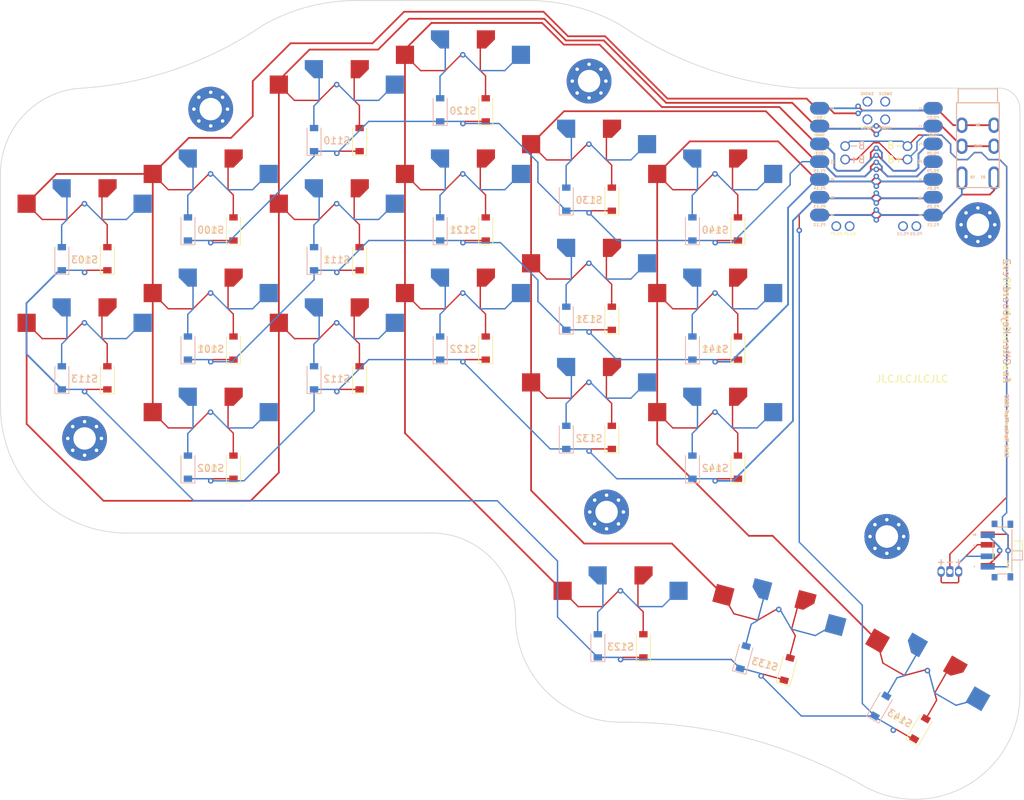
<source format=kicad_pcb>
(kicad_pcb (version 20211014) (generator pcbnew)
  (layers (0 "F.Cu" signal) (31 "B.Cu" signal) (34 "B.Paste" user) (35 "F.Paste" user) (36 "B.SilkS" user "B.Silkscreen") (37 "F.SilkS" user "F.Silkscreen") (38 "B.Mask" user) (39 "F.Mask" user) (44 "Edge.Cuts" user))
  (net 0 "")
  (net 1 "S_TR")
  (net 2 "S_RT")
  (net 3 "GND")
  (net 4 "+5V")
  (net 5 "JST+")
  (net 6 "+3V3")
  (net 7 "SWRESET")
  (net 8 "SWCLK")
  (net 9 "SWDIO")
  (net 10 "COL0")
  (net 11 "ROW0")
  (net 12 "ROW1")
  (net 13 "ROW2")
  (net 14 "ROW3")
  (net 15 "COL1")
  (net 16 "COL2")
  (net 17 "COL3")
  (net 18 "COL4")
  (net 19 "BAT+")
  (net 20 "unconnected-(SPW1-PadL2)")
  (net 21 "BAT-")
  (footprint "aowkb:Choc_HS_R_SOD" (layer "F.Cu") (at 131.193295 133.119003 -15)
    (fp_text reference "S133" hide)
    (fp_text value "SW_Push_45deg")
  )
  (footprint "aowkb:Choc_HS_R_SOD" (layer "F.Cu") (at 87.000005 88)
    (fp_text reference "S122" hide)
    (fp_text value "SW_Push_45deg")
  )
  (footprint "aowkb:TRRS-PJ-320A_Mirr" (layer "F.Cu") (at 162.805 57.0925)
    (fp_text reference "J1")
    (fp_text value "AudioJack4")
  )
  (footprint "MountingHole:MountingHole_3.2mm_M3_Pad_Via" (layer "F.Cu") (at 105 54)
    (fp_text reference "REF**" hide)
    (fp_text value "MountingHole_3.2mm_M3_Pad_Via" hide)
  )
  (footprint "aowkb:Choc_HS_R_SOD" (layer "F.Cu") (at 69.000012 92.249994)
    (fp_text reference "S112" hide)
    (fp_text value "SW_Push_45deg")
  )
  (footprint "" (layer "F.Cu") (at 147.5 119)
    (fp_text reference "")
    (fp_text value "")
  )
  (footprint "aowkb:Choc_HS_R_SOD" (layer "F.Cu") (at 87.000004 70.999994)
    (fp_text reference "S121" hide)
    (fp_text value "SW_Push_45deg")
  )
  (footprint "aowkb:Choc_HS_R_SOD" (layer "F.Cu") (at 51.000003 104.999998)
    (fp_text reference "S102" hide)
    (fp_text value "SW_Push_45deg")
  )
  (footprint "aowkb:Choc_HS_R_SOD" (layer "F.Cu") (at 105.000005 66.749995)
    (fp_text reference "S130" hide)
    (fp_text value "SW_Push_45deg")
  )
  (footprint "aowkb:Choc_HS_R_SOD" (layer "F.Cu") (at 123.000002 104.999992)
    (fp_text reference "S142" hide)
    (fp_text value "SW_Push_45deg")
  )
  (footprint "aowkb:Choc_HS_R_SOD" (layer "F.Cu") (at 105.000007 100.750004)
    (fp_text reference "S132" hide)
    (fp_text value "SW_Push_45deg")
  )
  (footprint "aowkb:Choc_HS_R_SOD" (layer "F.Cu") (at 86.999996 53.999992)
    (fp_text reference "S120" hide)
    (fp_text value "SW_Push_45deg")
  )
  (footprint "aowkb:Choc_HS_R_SOD" (layer "F.Cu") (at 109.500006 130.499998)
    (fp_text reference "S123" hide)
    (fp_text value "SW_Push_45deg")
  )
  (footprint "aowkb:Choc_HS_R_SOD" (layer "F.Cu") (at 123.000004 70.999988)
    (fp_text reference "S140" hide)
    (fp_text value "SW_Push_45deg")
  )
  (footprint "aowkb:Choc_HS_R_SOD" (layer "F.Cu") (at 33.000004 92.249997)
    (fp_text reference "S113" hide)
    (fp_text value "SW_Push_45deg")
  )
  (footprint "aowkb:Choc_HS_R_SOD" (layer "F.Cu") (at 151.469566 141.263393 -30)
    (fp_text reference "S143" hide)
    (fp_text value "SW_Push_45deg")
  )
  (footprint "aowkb:Choc_HS_R_SOD" (layer "F.Cu") (at 51 71)
    (fp_text reference "S100" hide)
    (fp_text value "SW_Push_45deg")
  )
  (footprint "aowkb:Choc_HS_R_SOD" (layer "F.Cu") (at 69.00001 75.249988)
    (fp_text reference "S111" hide)
    (fp_text value "SW_Push_45deg")
  )
  (footprint "MountingHole:MountingHole_3.2mm_M3_Pad_Via" (layer "F.Cu") (at 160.5 74.5)
    (fp_text reference "REF**" hide)
    (fp_text value "MountingHole_3.2mm_M3_Pad_Via" hide)
  )
  (footprint "aowkb:Choc_HS_R_SOD" (layer "F.Cu") (at 123.000003 87.999993)
    (fp_text reference "S141" hide)
    (fp_text value "SW_Push_45deg")
  )
  (footprint "MountingHole:MountingHole_3.2mm_M3_Pad_Via" (layer "F.Cu") (at 33 105)
    (fp_text reference "REF**" hide)
    (fp_text value "MountingHole_3.2mm_M3_Pad_Via" hide)
  )
  (footprint "MountingHole:MountingHole_3.2mm_M3_Pad_Via" (layer "F.Cu") (at 51 58)
    (fp_text reference "REF**" hide)
    (fp_text value "MountingHole_3.2mm_M3_Pad_Via" hide)
  )
  (footprint "MountingHole:MountingHole_3.2mm_M3_Pad_Via" (layer "F.Cu") (at 107.5 115.5)
    (fp_text reference "REF**" hide)
    (fp_text value "MountingHole_3.2mm_M3_Pad_Via" hide)
  )
  (footprint "aowkb:Choc_HS_R_SOD" (layer "F.Cu") (at 105.000006 83.750002)
    (fp_text reference "S131" hide)
    (fp_text value "SW_Push_45deg")
  )
  (footprint "aowkb:Choc_HS_R_SOD" (layer "F.Cu") (at 33.000007 75.249997)
    (fp_text reference "S103" hide)
    (fp_text value "SW_Push_45deg")
  )
  (footprint "aowkb:MSK-12C02" (layer "F.Cu") (at 164 121 90)
    (fp_text reference "SPW1")
    (fp_text value "MSK-12C02_SMD_SPDT_SWITCH")
  )
  (footprint "MountingHole:MountingHole_3.2mm_M3_Pad_Via" (layer "F.Cu") (at 147.5 119)
    (fp_text reference "REF**" hide)
    (fp_text value "MountingHole_3.2mm_M3_Pad_Via" hide)
  )
  (footprint "aowkb:Choc_HS_R_SOD" (layer "F.Cu") (at 69.000006 58.249999)
    (fp_text reference "S110" hide)
    (fp_text value "SW_Push_45deg")
  )
  (footprint "aowkb:JST_PH_B2B-PH-K_1x02_P2.00mm_Vertical" (layer "F.Cu") (at 156.5 124 180)
    (fp_text reference "J2" hide)
    (fp_text value "Conn_01x02")
  )
  (footprint "aowkb:xiao-ble-smd_r" (layer "F.Cu") (at 146 65.5)
    (fp_text reference "U1" hide)
    (fp_text value "xiao-ble" hide)
  )
  (footprint "aowkb:Choc_HS_R_SOD" (layer "F.Cu") (at 51.000006 88)
    (fp_text reference "S101" hide)
    (fp_text value "SW_Push_45deg")
  )
  (gr_line (start 72.000022 42.499978) (end 96.000022 42.499978) (layer "Edge.Cuts") (width 0.1))
  (gr_arc (start 58.500022 45.999978) (mid 46.342603 52.175696) (end 33.000022 54.989566) (layer "Edge.Cuts") (width 0.1))
  (gr_arc (start 58.500022 45.999978) (mid 65.01963 43.361324) (end 72.000022 42.499978) (layer "Edge.Cuts") (width 0.1))
  (gr_arc (start 135.000022 54.999978) (mid 121.657586 52.178547) (end 109.500022 45.999978) (layer "Edge.Cuts") (width 0.1))
  (gr_arc (start 109.500022 145.499978) (mid 127.342458 147.728972) (end 144.000022 154.499978) (layer "Edge.Cuts") (width 0.1))
  (gr_arc (start 96.000022 42.499978) (mid 102.980412 43.361329) (end 109.500022 45.999978) (layer "Edge.Cuts") (width 0.1))
  (gr_line (start 166.500022 141.499978) (end 166.500022 57.999978) (layer "Edge.Cuts") (width 0.1))
  (gr_arc (start 166.500022 141.499978) (mid 159.001407 154.492762) (end 144.000022 154.499978) (layer "Edge.Cuts") (width 0.1))
  (gr_line (start 39.000022 118.499978) (end 82.500022 118.499978) (layer "Edge.Cuts") (width 0.1))
  (gr_arc (start 109.500022 145.499978) (mid 98.89342 141.10658) (end 94.500022 130.499978) (layer "Edge.Cuts") (width 0.1))
  (gr_line (start 135.000022 54.999978) (end 163.500022 54.999978) (layer "Edge.Cuts") (width 0.1))
  (gr_arc (start 39.000022 118.499978) (mid 26.2721 113.2279) (end 21.000022 100.499978) (layer "Edge.Cuts") (width 0.1))
  (gr_arc (start 21.000022 67.499978) (mid 24.409031 58.759491) (end 33.000022 54.989566) (layer "Edge.Cuts") (width 0.1))
  (gr_line (start 21.000022 100.499978) (end 21.000022 67.499978) (layer "Edge.Cuts") (width 0.1))
  (gr_arc (start 163.500022 54.999978) (mid 165.621336 55.878664) (end 166.500022 57.999978) (layer "Edge.Cuts") (width 0.1))
  (gr_arc (start 82.500022 118.499978) (mid 90.985303 122.014697) (end 94.500022 130.499978) (layer "Edge.Cuts") (width 0.1))
  (gr_text "J+\n" (at 160 120.25) (layer "B.SilkS") (effects (font (size 0.25 0.25) (thickness 0.0625)) (justify mirror)))
  (gr_text "Lluís Merlos Pieri 2023" (at 164.6 103.2 270) (layer "B.SilkS") (effects (font (size 0.5 0.5) (thickness 0.125)) (justify mirror)))
  (gr_text "GND" (at 160.5 63.25) (layer "B.SilkS") (effects (font (size 0.4 0.4) (thickness 0.0625)) (justify mirror)))
  (gr_text "RT" (at 161.25 67.75) (layer "B.SilkS") (effects (font (size 0.4 0.4) (thickness 0.0625)) (justify mirror)))
  (gr_text "An Otter Keyboard rev2" (at 164.6 88.2 270) (layer "B.SilkS") (effects (font (size 1 1)) (justify mirror)))
  (gr_text "5V" (at 160.5 60.25) (layer "B.SilkS") (effects (font (size 0.4 0.4) (thickness 0.0625)) (justify mirror)))
  (gr_text "x" (at 160 123.25) (layer "B.SilkS") (effects (font (size 0.25 0.25) (thickness 0.0625)) (justify mirror)))
  (gr_text "B+\n" (at 160 118.75) (layer "B.SilkS") (effects (font (size 0.25 0.25) (thickness 0.0625)) (justify mirror)))
  (gr_text "TR" (at 159.75 67.75) (layer "B.SilkS") (effects (font (size 0.4 0.4) (thickness 0.0625)) (justify mirror)))
  (gr_text "JLCJLCJLCJLC" (at 151.1 96.5) (layer "F.SilkS") (effects (font (size 1 1))))
  (gr_text "Lluís Merlos Pieri 2023" (at 164.6 103.2 -90) (layer "F.SilkS") (effects (font (size 0.5 0.5) (thickness 0.125))))
  (gr_text "J+\n" (at 160 120.25) (layer "F.SilkS") (effects (font (size 0.25 0.25) (thickness 0.0625))))
  (gr_text "TR" (at 159.75 67.75) (layer "F.SilkS") (effects (font (size 0.4 0.4) (thickness 0.0625))))
  (gr_text "An Otter Keyboard rev2" (at 164.6 88.2 -90) (layer "F.SilkS") (effects (font (size 1 1))))
  (gr_text "5V" (at 160.5 60.25) (layer "F.SilkS") (effects (font (size 0.4 0.4) (thickness 0.0625))))
  (gr_text "GND" (at 160.5 63.25) (layer "F.SilkS") (effects (font (size 0.4 0.4) (thickness 0.0625))))
  (gr_text "RT" (at 161.25 67.75) (layer "F.SilkS") (effects (font (size 0.4 0.4) (thickness 0.0625))))
  (gr_text "B+\n" (at 160 118.75) (layer "F.SilkS") (effects (font (size 0.25 0.25) (thickness 0.0625))))
  (gr_text "x" (at 160 123.25) (layer "F.SilkS") (effects (font (size 0.25 0.25) (thickness 0.0625))))
  (segment (start 90.225 56.45) (end 90.225 53.25) (width 0.2) (layer "F.Cu") (net 0))
  (segment (start 89.475 48.825) (end 90.25 48.05) (width 0.2) (layer "F.Cu") (net 0))
  (segment (start 89.475 69.5) (end 89.475 65.825) (width 0.2) (layer "F.Cu") (net 0))
  (segment (start 126.225 87.25) (end 125.475 86.5) (width 0.2) (layer "F.Cu") (net 0))
  (segment (start 126.225 107.45) (end 126.225 104.25) (width 0.2) (layer "F.Cu") (net 0))
  (segment (start 53.475 69.5) (end 53.475 65.825) (width 0.2) (layer "F.Cu") (net 0))
  (segment (start 125.475 103.5) (end 125.475 99.825) (width 0.2) (layer "F.Cu") (net 0))
  (segment (start 125.475 86.5) (end 125.475 82.825) (width 0.2) (layer "F.Cu") (net 0))
  (segment (start 107.475 99.25) (end 107.475 95.575) (width 0.2) (layer "F.Cu") (net 0))
  (segment (start 134.857524 128.679) (end 135.806701 128.130991) (width 0.2) (layer "F.Cu") (net 0))
  (segment (start 72.225 94.7) (end 72.225 91.5) (width 0.2) (layer "F.Cu") (net 0))
  (segment (start 53.475 82.825) (end 54.25 82.05) (width 0.2) (layer "F.Cu") (net 0))
  (segment (start 90.225 73.45) (end 90.225 70.25) (width 0.2) (layer "F.Cu") (net 0))
  (segment (start 90.225 70.25) (end 89.475 69.5) (width 0.2) (layer "F.Cu") (net 0))
  (segment (start 54.225 73.45) (end 54.225 70.25) (width 0.2) (layer "F.Cu") (net 0))
  (segment (start 36.225 74.5) (end 35.475 73.75) (width 0.2) (layer "F.Cu") (net 0))
  (segment (start 108.225 86.2) (end 108.225 83) (width 0.2) (layer "F.Cu") (net 0))
  (segment (start 90.225 87.25) (end 89.475 86.5) (width 0.2) (layer "F.Cu") (net 0))
  (segment (start 53.475 86.5) (end 53.475 82.825) (width 0.2) (layer "F.Cu") (net 0))
  (segment (start 71.475 56.75) (end 71.475 53.075) (width 0.2) (layer "F.Cu") (net 0))
  (segment (start 126.225 104.25) (end 125.475 103.5) (width 0.2) (layer "F.Cu") (net 0))
  (segment (start 112.725 132.95) (end 112.725 129.75) (width 0.2) (layer "F.Cu") (net 0))
  (segment (start 35.475 90.75) (end 35.475 87.075) (width 0.2) (layer "F.Cu") (net 0))
  (segment (start 126.225 73.45) (end 126.225 70.25) (width 0.2) (layer "F.Cu") (net 0))
  (segment (start 89.475 65.825) (end 90.25 65.05) (width 0.2) (layer "F.Cu") (net 0))
  (segment (start 54.225 107.45) (end 54.225 104.25) (width 0.2) (layer "F.Cu") (net 0))
  (segment (start 36.225 91.5) (end 35.475 90.75) (width 0.2) (layer "F.Cu") (net 0))
  (segment (start 108.225 69.2) (end 108.225 66) (width 0.2) (layer "F.Cu") (net 0))
  (segment (start 71.475 73.75) (end 71.475 70.075) (width 0.2) (layer "F.Cu") (net 0))
  (segment (start 107.475 95.575) (end 108.25 94.8) (width 0.2) (layer "F.Cu") (net 0))
  (segment (start 90.225 90.45) (end 90.225 87.25) (width 0.2) (layer "F.Cu") (net 0))
  (segment (start 125.475 82.825) (end 126.25 82.05) (width 0.2) (layer "F.Cu") (net 0))
  (segment (start 126.225 70.25) (end 125.475 69.5) (width 0.2) (layer "F.Cu") (net 0))
  (segment (start 156.170496 138.151174) (end 157.229166 137.867502) (width 0.2) (layer "F.Cu") (net 0))
  (segment (start 90.225 53.25) (end 89.475 52.5) (width 0.2) (layer "F.Cu") (net 0))
  (segment (start 72.225 60.7) (end 72.225 57.5) (width 0.2) (layer "F.Cu") (net 0))
  (segment (start 125.475 69.5) (end 125.475 65.825) (width 0.2) (layer "F.Cu") (net 0))
  (segment (start 107.475 61.575) (end 108.25 60.8) (width 0.2) (layer "F.Cu") (net 0))
  (segment (start 125.475 65.825) (end 126.25 65.05) (width 0.2) (layer "F.Cu") (net 0))
  (segment (start 35.475 73.75) (end 35.475 70.075) (width 0.2) (layer "F.Cu") (net 0))
  (segment (start 108.225 66) (end 107.475 65.25) (width 0.2) (layer "F.Cu") (net 0))
  (segment (start 71.475 90.75) (end 71.475 87.075) (width 0.2) (layer "F.Cu") (net 0))
  (segment (start 107.475 78.575) (end 108.25 77.8) (width 0.2) (layer "F.Cu") (net 0))
  (segment (start 36.225 77.7) (end 36.225 74.5) (width 0.2) (layer "F.Cu") (net 0))
  (segment (start 154.607514 142.358335) (end 154.332996 141.333816) (width 0.2) (layer "F.Cu") (net 0))
  (segment (start 133.906364 132.228777) (end 134.857524 128.679) (width 0.2) (layer "F.Cu") (net 0))
  (segment (start 54.225 90.45) (end 54.225 87.25) (width 0.2) (layer "F.Cu") (net 0))
  (segment (start 134.436693 133.147336) (end 133.906364 132.228777) (width 0.2) (layer "F.Cu") (net 0))
  (segment (start 72.225 74.5) (end 71.475 73.75) (width 0.2) (layer "F.Cu") (net 0))
  (segment (start 108.225 83) (end 107.475 82.25) (width 0.2) (layer "F.Cu") (net 0))
  (segment (start 72.225 91.5) (end 71.475 90.75) (width 0.2) (layer "F.Cu") (net 0))
  (segment (start 53.475 103.5) (end 53.475 99.825) (width 0.2) (layer "F.Cu") (net 0))
  (segment (start 154.332996 141.333816) (end 156.170496 138.151174) (width 0.2) (layer "F.Cu") (net 0))
  (segment (start 35.475 70.075) (end 36.25 69.3) (width 0.2) (layer "F.Cu") (net 0))
  (segment (start 153.007515 145.129617) (end 154.607514 142.358335) (width 0.2) (layer "F.Cu") (net 0))
  (segment (start 54.225 104.25) (end 53.475 103.5) (width 0.2) (layer "F.Cu") (net 0))
  (segment (start 108.225 100) (end 107.475 99.25) (width 0.2) (layer "F.Cu") (net 0))
  (segment (start 108.225 103.2) (end 108.225 100) (width 0.2) (layer "F.Cu") (net 0))
  (segment (start 89.475 82.825) (end 90.25 82.05) (width 0.2) (layer "F.Cu") (net 0))
  (segment (start 71.475 70.075) (end 72.25 69.3) (width 0.2) (layer "F.Cu") (net 0))
  (segment (start 112.725 129.75) (end 111.975 129) (width 0.2) (layer "F.Cu") (net 0))
  (segment (start 72.225 77.7) (end 72.225 74.5) (width 0.2) (layer "F.Cu") (net 0))
  (segment (start 89.475 52.5) (end 89.475 48.825) (width 0.2) (layer "F.Cu") (net 0))
  (segment (start 72.225 57.5) (end 71.475 56.75) (width 0.2) (layer "F.Cu") (net 0))
  (segment (start 36.225 94.7) (end 36.225 91.5) (width 0.2) (layer "F.Cu") (net 0))
  (segment (start 126.225 90.45) (end 126.225 87.25) (width 0.2) (layer "F.Cu") (net 0))
  (segment (start 107.475 82.25) (end 107.475 78.575) (width 0.2) (layer "F.Cu") (net 0))
  (segment (start 133.608473 136.238298) (end 134.436693 133.147336) (width 0.2) (layer "F.Cu") (net 0))
  (segment (start 54.225 70.25) (end 53.475 69.5) (width 0.2) (layer "F.Cu") (net 0))
  (segment (start 71.475 87.075) (end 72.25 86.3) (width 0.2) (layer "F.Cu") (net 0))
  (segment (start 107.475 65.25) (end 107.475 61.575) (width 0.2) (layer "F.Cu") (net 0))
  (segment (start 54.225 87.25) (end 53.475 86.5) (width 0.2) (layer "F.Cu") (net 0))
  (segment (start 53.475 65.825) (end 54.25 65.05) (width 0.2) (layer "F.Cu") (net 0))
  (segment (start 35.475 87.075) (end 36.25 86.3) (width 0.2) (layer "F.Cu") (net 0))
  (segment (start 89.475 86.5) (end 89.475 82.825) (width 0.2) (layer "F.Cu") (net 0))
  (segment (start 111.975 129) (end 111.975 125.325) (width 0.2) (layer "F.Cu") (net 0))
  (segment (start 125.475 99.825) (end 126.25 99.05) (width 0.2) (layer "F.Cu") (net 0))
  (segment (start 111.975 125.325) (end 112.75 124.55) (width 0.2) (layer "F.Cu") (net 0))
  (segment (start 53.475 99.825) (end 54.25 99.05) (width 0.2) (layer "F.Cu") (net 0))
  (segment (start 71.475 53.075) (end 72.25 52.3) (width 0.2) (layer "F.Cu") (net 0))
  (segment (start 30.475 73.8) (end 30.475 70.125) (width 0.2) (layer "B.Cu") (net 0))
  (segment (start 65.725 91.55) (end 66.475 90.8) (width 0.2) (layer "B.Cu") (net 0))
  (segment (start 83.725 53.3) (end 84.475 52.55) (width 0.2) (layer "B.Cu") (net 0))
  (segment (start 83.725 56.5) (end 83.725 53.3) (width 0.2) (layer "B.Cu") (net 0))
  (segment (start 48.475 69.55) (end 48.475 65.875) (width 0.2) (layer "B.Cu") (net 0))
  (segment (start 65.725 57.55) (end 66.475 56.8) (width 0.2) (layer "B.Cu") (net 0))
  (segment (start 101.725 86.25) (end 101.725 83.05) (width 0.2) (layer "B.Cu") (net 0))
  (segment (start 48.475 86.55) (end 48.475 82.875) (width 0.2) (layer "B.Cu") (net 0))
  (segment (start 101.725 100.05) (end 102.475 99.3) (width 0.2) (layer "B.Cu") (net 0))
  (segment (start 119.725 90.5) (end 119.725 87.3) (width 0.2) (layer "B.Cu") (net 0))
  (segment (start 30.475 87.125) (end 29.7 86.35) (width 0.2) (layer "B.Cu") (net 0))
  (segment (start 119.725 70.3) (end 120.475 69.55) (width 0.2) (layer "B.Cu") (net 0))
  (segment (start 101.725 66.05) (end 102.475 65.3) (width 0.2) (layer "B.Cu") (net 0))
  (segment (start 47.725 73.5) (end 47.725 70.3) (width 0.2) (layer "B.Cu") (net 0))
  (segment (start 47.725 104.3) (end 48.475 103.55) (width 0.2) (layer "B.Cu") (net 0))
  (segment (start 83.725 73.5) (end 83.725 70.3) (width 0.2) (layer "B.Cu") (net 0))
  (segment (start 48.475 103.55) (end 48.475 99.875) (width 0.2) (layer "B.Cu") (net 0))
  (segment (start 47.725 70.3) (end 48.475 69.55) (width 0.2) (layer "B.Cu") (net 0))
  (segment (start 120.475 65.875) (end 119.7 65.1) (width 0.2) (layer "B.Cu") (net 0))
  (segment (start 101.725 103.25) (end 101.725 100.05) (width 0.2) (layer "B.Cu") (net 0))
  (segment (start 129.063794 130.982978) (end 130.014954 127.433201) (width 0.2) (layer "B.Cu") (net 0))
  (segment (start 106.225 133) (end 106.225 129.8) (width 0.2) (layer "B.Cu") (net 0))
  (segment (start 84.475 48.875) (end 83.7 48.1) (width 0.2) (layer "B.Cu") (net 0))
  (segment (start 84.475 52.55) (end 84.475 48.875) (width 0.2) (layer "B.Cu") (net 0))
  (segment (start 120.475 103.55) (end 120.475 99.875) (width 0.2) (layer "B.Cu") (net 0))
  (segment (start 101.725 83.05) (end 102.475 82.3) (width 0.2) (layer "B.Cu") (net 0))
  (segment (start 65.725 77.75) (end 65.725 74.55) (width 0.2) (layer "B.Cu") (net 0))
  (segment (start 119.725 104.3) (end 120.475 103.55) (width 0.2) (layer "B.Cu") (net 0))
  (segment (start 102.475 78.625) (end 101.7 77.85) (width 0.2) (layer "B.Cu") (net 0))
  (segment (start 30.475 90.8) (end 30.475 87.125) (width 0.2) (layer "B.Cu") (net 0))
  (segment (start 148.953349 139.151636) (end 149.977869 138.877118) (width 0.2) (layer "B.Cu") (net 0))
  (segment (start 30.475 70.125) (end 29.7 69.35) (width 0.2) (layer "B.Cu") (net 0))
  (segment (start 29.725 77.75) (end 29.725 74.55) (width 0.2) (layer "B.Cu") (net 0))
  (segment (start 120.475 82.875) (end 119.7 82.1) (width 0.2) (layer "B.Cu") (net 0))
  (segment (start 47.725 107.5) (end 47.725 104.3) (width 0.2) (layer "B.Cu") (net 0))
  (segment (start 66.475 73.8) (end 66.475 70.125) (width 0.2) (layer "B.Cu") (net 0))
  (segment (start 106.975 125.375) (end 106.2 124.6) (width 0.2) (layer "B.Cu") (net 0))
  (segment (start 106.975 129.05) (end 106.975 125.375) (width 0.2) (layer "B.Cu") (net 0))
  (segment (start 119.725 73.5) (end 119.725 70.3) (width 0.2) (layer "B.Cu") (net 0))
  (segment (start 84.475 86.55) (end 84.475 82.875) (width 0.2) (layer "B.Cu") (net 0))
  (segment (start 66.475 87.125) (end 65.7 86.35) (width 0.2) (layer "B.Cu") (net 0))
  (segment (start 130.014954 127.433201) (end 129.466946 126.484023) (width 0.2) (layer "B.Cu") (net 0))
  (segment (start 47.725 87.3) (end 48.475 86.55) (width 0.2) (layer "B.Cu") (net 0))
  (segment (start 102.475 65.3) (end 102.475 61.625) (width 0.2) (layer "B.Cu") (net 0))
  (segment (start 120.475 86.55) (end 120.475 82.875) (width 0.2) (layer "B.Cu") (net 0))
  (segment (start 48.475 82.875) (end 47.7 82.1) (width 0.2) (layer "B.Cu") (net 0))
  (segment (start 119.725 87.3) (end 120.475 86.55) (width 0.2) (layer "B.Cu") (net 0))
  (segment (start 127.317013 134.60427) (end 128.145235 131.513308) (width 0.2) (layer "B.Cu") (net 0))
  (segment (start 47.725 90.5) (end 47.725 87.3) (width 0.2) (layer "B.Cu") (net 0))
  (segment (start 120.475 69.55) (end 120.475 65.875) (width 0.2) (layer "B.Cu") (net 0))
  (segment (start 120.475 99.875) (end 119.7 99.1) (width 0.2) (layer "B.Cu") (net 0))
  (segment (start 48.475 65.875) (end 47.7 65.1) (width 0.2) (layer "B.Cu") (net 0))
  (segment (start 102.475 95.625) (end 101.7 94.85) (width 0.2) (layer "B.Cu") (net 0))
  (segment (start 83.725 87.3) (end 84.475 86.55) (width 0.2) (layer "B.Cu") (net 0))
  (segment (start 66.475 56.8) (end 66.475 53.125) (width 0.2) (layer "B.Cu") (net 0))
  (segment (start 29.725 91.55) (end 30.475 90.8) (width 0.2) (layer "B.Cu") (net 0))
  (segment (start 65.725 60.75) (end 65.725 57.55) (width 0.2) (layer "B.Cu") (net 0))
  (segment (start 66.475 70.125) (end 65.7 69.35) (width 0.2) (layer "B.Cu") (net 0))
  (segment (start 101.725 69.25) (end 101.725 66.05) (width 0.2) (layer "B.Cu") (net 0))
  (segment (start 106.225 129.8) (end 106.975 129.05) (width 0.2) (layer "B.Cu") (net 0))
  (segment (start 65.725 74.55) (end 66.475 73.8) (width 0.2) (layer "B.Cu") (net 0))
  (segment (start 102.475 99.3) (end 102.475 95.625) (width 0.2) (layer "B.Cu") (net 0))
  (segment (start 128.145235 131.513308) (end 129.063794 130.982978) (width 0.2) (layer "B.Cu") (net 0))
  (segment (start 83.725 90.5) (end 83.725 87.3) (width 0.2) (layer "B.Cu") (net 0))
  (segment (start 149.977869 138.877118) (end 151.815369 135.694475) (width 0.2) (layer "B.Cu") (net 0))
  (segment (start 102.475 61.625) (end 101.7 60.85) (width 0.2) (layer "B.Cu") (net 0))
  (segment (start 84.475 65.875) (end 83.7 65.1) (width 0.2) (layer "B.Cu") (net 0))
  (segment (start 84.475 82.875) (end 83.7 82.1) (width 0.2) (layer "B.Cu") (net 0))
  (segment (start 48.475 99.875) (end 47.7 99.1) (width 0.2) (layer "B.Cu") (net 0))
  (segment (start 84.475 69.55) (end 84.475 65.875) (width 0.2) (layer "B.Cu") (net 0))
  (segment (start 147.353349 141.922917) (end 148.953349 139.151636) (width 0.2) (layer "B.Cu") (net 0))
  (segment (start 66.475 53.125) (end 65.7 52.35) (width 0.2) (layer "B.Cu") (net 0))
  (segment (start 102.475 82.3) (end 102.475 78.625) (width 0.2) (layer "B.Cu") (net 0))
  (segment (start 29.725 74.55) (end 30.475 73.8) (width 0.2) (layer "B.Cu") (net 0))
  (segment (start 66.475 90.8) (end 66.475 87.125) (width 0.2) (layer "B.Cu") (net 0))
  (segment (start 151.815369 135.694475) (end 151.531698 134.635804) (width 0.2) (layer "B.Cu") (net 0))
  (segment (start 65.725 94.75) (end 65.725 91.55) (width 0.2) (layer "B.Cu") (net 0))
  (segment (start 29.725 94.75) (end 29.725 91.55) (width 0.2) (layer "B.Cu") (net 0))
  (segment (start 83.725 70.3) (end 84.475 69.55) (width 0.2) (layer "B.Cu") (net 0))
  (segment (start 119.725 107.5) (end 119.725 104.3) (width 0.2) (layer "B.Cu") (net 0))
  (segment (start 137.43004 73.12) (end 145.28 73.12) (width 0.25) (layer "F.Cu") (net 1))
  (segment (start 145.28 73.12) (end 146 72.4) (width 0.25) (layer "F.Cu") (net 1))
  (via (at 146 72.4) (size 0.8) (drill 0.4) (layers "F.Cu" "B.Cu") (net 1))
  (segment (start 154.56996 73.12) (end 146.72 73.12) (width 0.25) (layer "B.Cu") (net 1))
  (segment (start 154.56996 73.12) (end 155.28 73.12) (width 0.25) (layer "B.Cu") (net 1))
  (segment (start 146.72 73.12) (end 146 72.4) (width 0.25) (layer "B.Cu") (net 1))
  (segment (start 155.28 73.12) (end 158.205 70.195) (width 0.25) (layer "B.Cu") (net 1))
  (segment (start 158.205 70.195) (end 158.205 67.8325) (width 0.25) (layer "B.Cu") (net 1))
  (segment (start 155.28 73.12) (end 158.2 70.2) (width 0.25) (layer "F.Cu") (net 2))
  (segment (start 146 73.8) (end 146.68 73.12) (width 0.25) (layer "F.Cu") (net 2))
  (segment (start 146.68 73.12) (end 154.56996 73.12) (width 0.25) (layer "F.Cu") (net 2))
  (segment (start 162.2 70.2) (end 162.805 69.595) (width 0.25) (layer "F.Cu") (net 2))
  (segment (start 154.56996 73.12) (end 155.28 73.12) (width 0.25) (layer "F.Cu") (net 2))
  (segment (start 162.805 69.595) (end 162.805 67.8325) (width 0.25) (layer "F.Cu") (net 2))
  (segment (start 158.2 70.2) (end 162.2 70.2) (width 0.25) (layer "F.Cu") (net 2))
  (via (at 146 73.8) (size 0.8) (drill 0.4) (layers "F.Cu" "B.Cu") (net 2))
  (segment (start 145.32 73.12) (end 146 73.8) (width 0.25) (layer "B.Cu") (net 2))
  (segment (start 137.43004 73.12) (end 145.32 73.12) (width 0.25) (layer "B.Cu") (net 2))
  (segment (start 155.3325 60.42) (end 158.205 63.2925) (width 0.25) (layer "F.Cu") (net 3))
  (segment (start 153.38 60.42) (end 153 60.8) (width 0.25) (layer "F.Cu") (net 3))
  (segment (start 153 60.8) (end 146.8 60.8) (width 0.25) (layer "F.Cu") (net 3))
  (segment (start 154.56996 60.42) (end 153.38 60.42) (width 0.25) (layer "F.Cu") (net 3))
  (segment (start 158.205 63.2925) (end 162.805 63.2925) (width 0.25) (layer "F.Cu") (net 3))
  (segment (start 154.56996 60.42) (end 155.3325 60.42) (width 0.25) (layer "F.Cu") (net 3))
  (segment (start 146.4 60.4) (end 146 60.4) (width 0.25) (layer "F.Cu") (net 3))
  (segment (start 146.8 60.8) (end 146.4 60.4) (width 0.25) (layer "F.Cu") (net 3))
  (via (at 146 60.4) (size 0.8) (drill 0.4) (layers "F.Cu" "B.Cu") (net 3))
  (segment (start 137.43004 60.42) (end 138.62 60.42) (width 0.25) (layer "B.Cu") (net 3))
  (segment (start 139 60.8) (end 145.2 60.8) (width 0.25) (layer "B.Cu") (net 3))
  (segment (start 138.62 60.42) (end 139 60.8) (width 0.25) (layer "B.Cu") (net 3))
  (segment (start 145.6 60.4) (end 146 60.4) (width 0.25) (layer "B.Cu") (net 3))
  (segment (start 145.2 60.8) (end 145.6 60.4) (width 0.25) (layer "B.Cu") (net 3))
  (segment (start 154.24996 58.2) (end 154.56996 57.88) (width 0.25) (layer "F.Cu") (net 4))
  (segment (start 143.424614 57.6) (end 144.024614 58.2) (width 0.25) (layer "F.Cu") (net 4))
  (segment (start 156.98246 60.2925) (end 158.205 60.2925) (width 0.25) (layer "F.Cu") (net 4))
  (segment (start 143.4 57.6) (end 143.424614 57.6) (width 0.25) (layer "F.Cu") (net 4))
  (segment (start 144.024614 58.2) (end 154.24996 58.2) (width 0.25) (layer "F.Cu") (net 4))
  (segment (start 154.56996 57.88) (end 156.98246 60.2925) (width 0.25) (layer "F.Cu") (net 4))
  (segment (start 158.205 60.2925) (end 162.805 60.2925) (width 0.25) (layer "F.Cu") (net 4))
  (via (at 143.4 57.6) (size 0.8) (drill 0.4) (layers "F.Cu" "B.Cu") (net 4))
  (segment (start 143.12 57.88) (end 143.4 57.6) (width 0.25) (layer "B.Cu") (net 4))
  (segment (start 137.43004 57.88) (end 143.12 57.88) (width 0.25) (layer "B.Cu") (net 4))
  (segment (start 157.6 125.6) (end 155.4 125.6) (width 0.2) (layer "F.Cu") (net 5))
  (segment (start 157.75 124) (end 157.75 125.45) (width 0.2) (layer "F.Cu") (net 5))
  (segment (start 155.25 124) (end 155.25 125.45) (width 0.2) (layer "F.Cu") (net 5))
  (segment (start 161.9 120.177) (end 160.423 120.177) (width 0.2) (layer "F.Cu") (net 5))
  (segment (start 157.75 125.45) (end 157.6 125.6) (width 0.2) (layer "F.Cu") (net 5))
  (segment (start 155.25 125.45) (end 155.4 125.6) (width 0.2) (layer "F.Cu") (net 5))
  (segment (start 160.423 120.177) (end 157.75 122.85) (width 0.2) (layer "F.Cu") (net 5))
  (segment (start 157.75 122.85) (end 157.75 124) (width 0.2) (layer "F.Cu") (net 5))
  (segment (start 158.777 121.823) (end 157.75 122.85) (width 0.2) (layer "B.Cu") (net 5))
  (segment (start 161.9 121.823) (end 158.777 121.823) (width 0.2) (layer "B.Cu") (net 5))
  (segment (start 157.75 122.85) (end 157.75 124) (width 0.2) (layer "B.Cu") (net 5))
  (segment (start 151.6 66.8) (end 148.4 66.8) (width 0.25) (layer "F.Cu") (net 6))
  (segment (start 152 66.4) (end 151.6 66.8) (width 0.25) (layer "F.Cu") (net 6))
  (segment (start 152 64.4) (end 152 66.4) (width 0.25) (layer "F.Cu") (net 6))
  (segment (start 148.4 66.8) (end 146.2 64.6) (width 0.25) (layer "F.Cu") (net 6))
  (segment (start 153.44 62.96) (end 152 64.4) (width 0.25) (layer "F.Cu") (net 6))
  (segment (start 146.2 64.6) (end 146 64.6) (width 0.25) (layer "F.Cu") (net 6))
  (segment (start 154.56996 62.96) (end 153.44 62.96) (width 0.25) (layer "F.Cu") (net 6))
  (via (at 146 64.6) (size 0.8) (drill 0.4) (layers "F.Cu" "B.Cu") (net 6))
  (segment (start 143.6 66.8) (end 145.8 64.6) (width 0.25) (layer "B.Cu") (net 6))
  (segment (start 140 66.4) (end 140.4 66.8) (width 0.25) (layer "B.Cu") (net 6))
  (segment (start 140 64.4) (end 140 66.4) (width 0.25) (layer "B.Cu") (net 6))
  (segment (start 145.8 64.6) (end 146 64.6) (width 0.25) (layer "B.Cu") (net 6))
  (segment (start 137.43004 62.96) (end 138.56 62.96) (width 0.25) (layer "B.Cu") (net 6))
  (segment (start 138.56 62.96) (end 140 64.4) (width 0.25) (layer "B.Cu") (net 6))
  (segment (start 140.4 66.8) (end 143.6 66.8) (width 0.25) (layer "B.Cu") (net 6))
  (segment (start 44.975 69.5) (end 48.475 69.5) (width 0.2) (layer "F.Cu") (net 10))
  (segment (start 42.7 84.25) (end 44.95 86.5) (width 0.2) (layer "F.Cu") (net 10))
  (segment (start 28.975004 67.25) (end 42.725 67.25) (width 0.25) (layer "F.Cu") (net 10))
  (segment (start 47.875 62.1) (end 53.9 62.1) (width 0.25) (layer "F.Cu") (net 10))
  (segment (start 102 47.6) (end 107.3 47.6) (width 0.25) (layer "F.Cu") (net 10))
  (segment (start 44.975 103.5) (end 48.475 103.5) (width 0.2) (layer "F.Cu") (net 10))
  (segment (start 44.975 86.5) (end 48.475 86.5) (width 0.2) (layer "F.Cu") (net 10))
  (segment (start 74.1 48.6) (end 78.6 44.1) (width 0.25) (layer "F.Cu") (net 10))
  (segment (start 30.475 73.75) (end 32.725 71.5) (width 0.2) (layer "F.Cu") (net 10))
  (segment (start 139.28 57.88) (end 140 58.6) (width 0.25) (layer "F.Cu") (net 10))
  (segment (start 53.9 62.1) (end 57 59) (width 0.25) (layer "F.Cu") (net 10))
  (segment (start 50.725 84.25) (end 50.975 84.25) (width 0.2) (layer "F.Cu") (net 10))
  (segment (start 50.725 101.25) (end 50.975 101.25) (width 0.2) (layer "F.Cu") (net 10))
  (segment (start 42.725 67.25) (end 47.875 62.1) (width 0.25) (layer "F.Cu") (net 10))
  (segment (start 24.7 71.5) (end 26.95 73.75) (width 0.2) (layer "F.Cu") (net 10))
  (segment (start 42.725003 67.250003) (end 42.725 67.25) (width 0.25) (layer "F.Cu") (net 10))
  (segment (start 48.475 103.5) (end 50.725 101.25) (width 0.2) (layer "F.Cu") (net 10))
  (segment (start 116.2 56.5) (end 136.05004 56.5) (width 0.25) (layer "F.Cu") (net 10))
  (segment (start 26.975 73.75) (end 30.475 73.75) (width 0.2) (layer "F.Cu") (net 10))
  (segment (start 62.4 48.6) (end 74.1 48.6) (width 0.25) (layer "F.Cu") (net 10))
  (segment (start 42.7 67.25) (end 44.95 69.5) (width 0.2) (layer "F.Cu") (net 10))
  (segment (start 57 59) (end 57 54) (width 0.25) (layer "F.Cu") (net 10))
  (segment (start 78.6 44.1) (end 98.5 44.1) (width 0.25) (layer "F.Cu") (net 10))
  (segment (start 57 54) (end 62.4 48.6) (width 0.25) (layer "F.Cu") (net 10))
  (segment (start 137.43004 57.88) (end 139.28 57.88) (width 0.25) (layer "F.Cu") (net 10))
  (segment (start 44.95 86.5) (end 44.975 86.5) (width 0.2) (layer "F.Cu") (net 10))
  (segment (start 44.95 103.5) (end 44.975 103.5) (width 0.2) (layer "F.Cu") (net 10))
  (segment (start 98.5 44.1) (end 102 47.6) (width 0.25) (layer "F.Cu") (net 10))
  (segment (start 50.725 67.25) (end 50.975 67.25) (width 0.2) (layer "F.Cu") (net 10))
  (segment (start 48.475 86.5) (end 50.725 84.25) (width 0.2) (layer "F.Cu") (net 10))
  (segment (start 26.95 73.75) (end 26.975 73.75) (width 0.2) (layer "F.Cu") (net 10))
  (segment (start 140 58.6) (end 143.4 58.6) (width 0.25) (layer "F.Cu") (net 10))
  (segment (start 42.7 101.25) (end 44.95 103.5) (width 0.2) (layer "F.Cu") (net 10))
  (segment (start 107.3 47.6) (end 116.2 56.5) (width 0.25) (layer "F.Cu") (net 10))
  (segment (start 42.725003 101.249998) (end 42.725003 67.250003) (width 0.25) (layer "F.Cu") (net 10))
  (segment (start 48.475 69.5) (end 50.725 67.25) (width 0.2) (layer "F.Cu") (net 10))
  (segment (start 24.725007 71.499997) (end 28.975004 67.25) (width 0.25) (layer "F.Cu") (net 10))
  (segment (start 32.725 71.5) (end 32.975 71.5) (width 0.2) (layer "F.Cu") (net 10))
  (segment (start 44.95 69.5) (end 44.975 69.5) (width 0.2) (layer "F.Cu") (net 10))
  (segment (start 136.05004 56.5) (end 137.43004 57.88) (width 0.25) (layer "F.Cu") (net 10))
  (via (at 50.975 84.25) (size 0.8) (drill 0.4) (layers "F.Cu" "B.Cu") (net 10))
  (via (at 50.975 67.25) (size 0.8) (drill 0.4) (layers "F.Cu" "B.Cu") (net 10))
  (via (at 50.975 101.25) (size 0.8) (drill 0.4) (layers "F.Cu" "B.Cu") (net 10))
  (via (at 32.975 71.5) (size 0.8) (drill 0.4) (layers "F.Cu" "B.Cu") (net 10))
  (via (at 143.4 58.6) (size 0.8) (drill 0.4) (layers "F.Cu" "B.Cu") (net 10))
  (segment (start 143.6 58.6) (end 144 58.2) (width 0.25) (layer "B.Cu") (net 10))
  (segment (start 51.2 67.25) (end 50.95 67.25) (width 0.2) (layer "B.Cu") (net 10))
  (segment (start 38.95 73.75) (end 35.45 73.75) (width 0.2) (layer "B.Cu") (net 10))
  (segment (start 51.2 84.25) (end 50.95 84.25) (width 0.2) (layer "B.Cu") (net 10))
  (segment (start 56.95 103.5) (end 53.45 103.5) (width 0.2) (layer "B.Cu") (net 10))
  (segment (start 144 58.2) (end 154.24996 58.2) (width 0.25) (layer "B.Cu") (net 10))
  (segment (start 143.4 58.6) (end 143.6 58.6) (width 0.25) (layer "B.Cu") (net 10))
  (segment (start 53.45 86.5) (end 51.2 84.25) (width 0.2) (layer "B.Cu") (net 10))
  (segment (start 35.45 73.75) (end 33.2 71.5) (width 0.2) (layer "B.Cu") (net 10))
  (segment (start 59.225 101.25) (end 56.975 103.5) (width 0.2) (layer "B.Cu") (net 10))
  (segment (start 59.225 84.25) (end 56.975 86.5) (width 0.2) (layer "B.Cu") (net 10))
  (segment (start 56.95 86.5) (end 53.45 86.5) (width 0.2) (layer "B.Cu") (net 10))
  (segment (start 56.95 69.5) (end 53.45 69.5) (width 0.2) (layer "B.Cu") (net 10))
  (segment (start 59.225 67.25) (end 56.975 69.5) (width 0.2) (layer "B.Cu") (net 10))
  (segment (start 53.45 103.5) (end 51.2 101.25) (width 0.2) (layer "B.Cu") (net 10))
  (segment (start 51.2 101.25) (end 50.95 101.25) (width 0.2) (layer "B.Cu") (net 10))
  (segment (start 53.45 69.5) (end 51.2 67.25) (width 0.2) (layer "B.Cu") (net 10))
  (segment (start 56.975 86.5) (end 56.95 86.5) (width 0.2) (layer "B.Cu") (net 10))
  (segment (start 154.24996 58.2) (end 154.56996 57.88) (width 0.25) (layer "B.Cu") (net 10))
  (segment (start 33.2 71.5) (end 32.95 71.5) (width 0.2) (layer "B.Cu") (net 10))
  (segment (start 56.975 103.5) (end 56.95 103.5) (width 0.2) (layer "B.Cu") (net 10))
  (segment (start 38.975 73.75) (end 38.95 73.75) (width 0.2) (layer "B.Cu") (net 10))
  (segment (start 56.975 69.5) (end 56.95 69.5) (width 0.2) (layer "B.Cu") (net 10))
  (segment (start 41.225 71.5) (end 38.975 73.75) (width 0.2) (layer "B.Cu") (net 10))
  (segment (start 87 60.05) (end 87.3 59.75) (width 0.2) (layer "F.Cu") (net 11))
  (segment (start 146.6 66.6) (end 146 66.6) (width 0.25) (layer "F.Cu") (net 11))
  (segment (start 123 77.05) (end 123.3 76.75) (width 0.2) (layer "F.Cu") (net 11))
  (segment (start 105 72.8) (end 105.3 72.5) (width 0.2) (layer "F.Cu") (net 11))
  (segment (start 151.8 67.6) (end 147.6 67.6) (width 0.25) (layer "F.Cu") (net 11))
  (segment (start 153.9 65.5) (end 151.8 67.6) (width 0.25) (layer "F.Cu") (net 11))
  (segment (start 69 64.3) (end 69.3 64) (width 0.2) (layer "F.Cu") (net 11))
  (segment (start 51.3 76.75) (end 54.225 76.75) (width 0.2) (layer "F.Cu") (net 11))
  (segment (start 69.3 64) (end 72.225 64) (width 0.2) (layer "F.Cu") (net 11))
  (segment (start 105.3 72.5) (end 108.225 72.5) (width 0.2) (layer "F.Cu") (net 11))
  (segment (start 51 77.05) (end 51.3 76.75) (width 0.2) (layer "F.Cu") (net 11))
  (segment (start 146.617859 66.617859) (end 146.6 66.6) (width 0.25) (layer "F.Cu") (net 11))
  (segment (start 87.3 59.75) (end 90.225 59.75) (width 0.2) (layer "F.Cu") (net 11))
  (segment (start 123.3 76.75) (end 126.225 76.75) (width 0.2) (layer "F.Cu") (net 11))
  (segment (start 147.6 67.6) (end 146.617859 66.617859) (width 0.25) (layer "F.Cu") (net 11))
  (segment (start 154.56996 65.5) (end 153.9 65.5) (width 0.25) (layer "F.Cu") (net 11))
  (via (at 105 72.8) (size 0.8) (drill 0.4) (layers "F.Cu" "B.Cu") (net 11))
  (via (at 51 77.05) (size 0.8) (drill 0.4) (layers "F.Cu" "B.Cu") (net 11))
  (via (at 146 66.6) (size 0.8) (drill 0.4) (layers "F.Cu" "B.Cu") (net 11))
  (via (at 123 77.05) (size 0.8) (drill 0.4) (layers "F.Cu" "B.Cu") (net 11))
  (via (at 69 64.3) (size 0.8) (drill 0.4) (layers "F.Cu" "B.Cu") (net 11))
  (via (at 87 60.05) (size 0.8) (drill 0.4) (layers "F.Cu" "B.Cu") (net 11))
  (segment (start 97.7 65.6) (end 97.7 68.44999) (width 0.2) (layer "B.Cu") (net 11))
  (segment (start 92.15 60.05) (end 97.7 65.6) (width 0.2) (layer "B.Cu") (net 11))
  (segment (start 50.7 76.75) (end 51 77.05) (width 0.2) (layer "B.Cu") (net 11))
  (segment (start 119.75 76.75) (end 122.7 76.75) (width 0.2) (layer "B.Cu") (net 11))
  (segment (start 144.4 67.6) (end 145.382141 66.617859) (width 0.25) (layer "B.Cu") (net 11))
  (segment (start 140.2 67.6) (end 144.4 67.6) (width 0.25) (layer "B.Cu") (net 11))
  (segment (start 135.4 65.5) (end 137.43004 65.5) (width 0.2) (layer "B.Cu") (net 11))
  (segment (start 53.45 77.05) (end 65.750006 64.749994) (width 0.2) (layer "B.Cu") (net 11))
  (segment (start 125.45 77.05) (end 133.7 68.8) (width 0.2) (layer "B.Cu") (net 11))
  (segment (start 145.382141 66.617859) (end 145.4 66.6) (width 0.25) (layer "B.Cu") (net 11))
  (segment (start 86.7 59.75) (end 87 60.05) (width 0.2) (layer "B.Cu") (net 11))
  (segment (start 47.75 76.75) (end 50.7 76.75) (width 0.2) (layer "B.Cu") (net 11))
  (segment (start 65.750006 64.749994) (end 65.750006 63.999999) (width 0.2) (layer "B.Cu") (net 11))
  (segment (start 68.7 64) (end 69 64.3) (width 0.2) (layer "B.Cu") (net 11))
  (segment (start 133.7 68.8) (end 133.7 67.2) (width 0.2) (layer "B.Cu") (net 11))
  (segment (start 122.7 76.75) (end 123 77.05) (width 0.2) (layer "B.Cu") (net 11))
  (segment (start 133.7 67.2) (end 135.4 65.5) (width 0.2) (layer "B.Cu") (net 11))
  (segment (start 97.7 68.44999) (end 101.750005 72.499995) (width 0.2) (layer "B.Cu") (net 11))
  (segment (start 104.7 72.5) (end 105 72.8) (width 0.2) (layer "B.Cu") (net 11))
  (segment (start 137.43004 65.5) (end 138.1 65.5) (width 0.25) (layer "B.Cu") (net 11))
  (segment (start 105 72.8) (end 108.949988 76.749988) (width 0.2) (layer "B.Cu") (net 11))
  (segment (start 101.75 72.5) (end 104.7 72.5) (width 0.2) (layer "B.Cu") (net 11))
  (segment (start 87 60.05) (end 92.15 60.05) (width 0.2) (layer "B.Cu") (net 11))
  (segment (start 138.1 65.5) (end 140.2 67.6) (width 0.25) (layer "B.Cu") (net 11))
  (segment (start 145.4 66.6) (end 146 66.6) (width 0.25) (layer "B.Cu") (net 11))
  (segment (start 51 77.05) (end 53.45 77.05) (width 0.2) (layer "B.Cu") (net 11))
  (segment (start 73.550008 59.749992) (end 83.749996 59.749992) (width 0.2) (layer "B.Cu") (net 11))
  (segment (start 83.75 59.75) (end 86.7 59.75) (width 0.2) (layer "B.Cu") (net 11))
  (segment (start 65.75 64) (end 68.7 64) (width 0.2) (layer "B.Cu") (net 11))
  (segment (start 69 64.3) (end 73.550008 59.749992) (width 0.2) (layer "B.Cu") (net 11))
  (segment (start 108.949988 76.749988) (end 119.750004 76.749988) (width 0.2) (layer "B.Cu") (net 11))
  (segment (start 123 77.05) (end 125.45 77.05) (width 0.2) (layer "B.Cu") (net 11))
  (segment (start 105.3 89.5) (end 108.225 89.5) (width 0.2) (layer "F.Cu") (net 12))
  (segment (start 105 89.8) (end 105.3 89.5) (width 0.2) (layer "F.Cu") (net 12))
  (segment (start 146 69) (end 146.68 68.32) (width 0.25) (layer "F.Cu") (net 12))
  (segment (start 87 77.05) (end 87.3 76.75) (width 0.2) (layer "F.Cu") (net 12))
  (segment (start 69 81.3) (end 69.3 81) (width 0.2) (layer "F.Cu") (net 12))
  (segment (start 87.3 76.75) (end 90.225 76.75) (width 0.2) (layer "F.Cu") (net 12))
  (segment (start 51 94.05) (end 51.3 93.75) (width 0.2) (layer "F.Cu") (net 12))
  (segment (start 51.3 93.75) (end 54.225 93.75) (width 0.2) (layer "F.Cu") (net 12))
  (segment (start 69.3 81) (end 72.225 81) (width 0.2) (layer "F.Cu") (net 12))
  (segment (start 123 94.05) (end 123.3 93.75) (width 0.2) (layer "F.Cu") (net 12))
  (segment (start 123.3 93.75) (end 126.225 93.75) (width 0.2) (layer "F.Cu") (net 12))
  (segment (start 146.68 68.32) (end 154.56996 68.32) (width 0.25) (layer "F.Cu") (net 12))
  (via (at 51 94.05) (size 0.8) (drill 0.4) (layers "F.Cu" "B.Cu") (net 12))
  (via (at 87 77.05) (size 0.8) (drill 0.4) (layers "F.Cu" "B.Cu") (net 12))
  (via (at 146 69) (size 0.8) (drill 0.4) (layers "F.Cu" "B.Cu") (net 12))
  (via (at 69 81.3) (size 0.8) (drill 0.4) (layers "F.Cu" "B.Cu") (net 12))
  (via (at 123 94.05) (size 0.8) (drill 0.4) (layers "F.Cu" "B.Cu") (net 12))
  (via (at 105 89.8) (size 0.8) (drill 0.4) (layers "F.Cu" "B.Cu") (net 12))
  (segment (start 104.7 89.5) (end 105 89.8) (width 0.2) (layer "B.Cu") (net 12))
  (segment (start 68.7 81) (end 69 81.3) (width 0.2) (layer "B.Cu") (net 12))
  (segment (start 87 77.05) (end 92.35 77.05) (width 0.2) (layer "B.Cu") (net 12))
  (segment (start 73.550006 76.749994) (end 83.750004 76.749994) (width 0.2) (layer "B.Cu") (net 12))
  (segment (start 50.7 93.75) (end 51 94.05) (width 0.2) (layer "B.Cu") (net 12))
  (segment (start 133.4 72.07004) (end 133.4 85.9) (width 0.25) (layer "B.Cu") (net 12))
  (segment (start 47.75 93.75) (end 50.7 93.75) (width 0.2) (layer "B.Cu") (net 12))
  (segment (start 54.05 94.05) (end 65.75001 82.34999) (width 0.2) (layer "B.Cu") (net 12))
  (segment (start 145.32 68.32) (end 146 69) (width 0.25) (layer "B.Cu") (net 12))
  (segment (start 101.75 89.5) (end 104.7 89.5) (width 0.2) (layer "B.Cu") (net 12))
  (segment (start 65.75 81) (end 68.7 81) (width 0.2) (layer "B.Cu") (net 12))
  (segment (start 119.75 93.75) (end 122.7 93.75) (width 0.2) (layer "B.Cu") (net 12))
  (segment (start 122.7 93.75) (end 123 94.05) (width 0.2) (layer "B.Cu") (net 12))
  (segment (start 92.35 77.05) (end 97.7 82.4) (width 0.2) (layer "B.Cu") (net 12))
  (segment (start 108.949993 93.749993) (end 119.750003 93.749993) (width 0.2) (layer "B.Cu") (net 12))
  (segment (start 86.7 76.75) (end 87 77.05) (width 0.2) (layer "B.Cu") (net 12))
  (segment (start 83.75 76.75) (end 86.7 76.75) (width 0.2) (layer "B.Cu") (net 12))
  (segment (start 51 94.05) (end 54.05 94.05) (width 0.2) (layer "B.Cu") (net 12))
  (segment (start 105 89.8) (end 108.949993 93.749993) (width 0.2) (layer "B.Cu") (net 12))
  (segment (start 65.75001 82.34999) (end 65.75001 80.999988) (width 0.2) (layer "B.Cu") (net 12))
  (segment (start 133.4 85.9) (end 125.25 94.05) (width 0.25) (layer "B.Cu") (net 12))
  (segment (start 97.7 85.449996) (end 101.750006 89.500002) (width 0.2) (layer "B.Cu") (net 12))
  (segment (start 137.43004 68.32) (end 145.32 68.32) (width 0.25) (layer "B.Cu") (net 12))
  (segment (start 125.25 94.05) (end 123 94.05) (width 0.25) (layer "B.Cu") (net 12))
  (segment (start 137.43004 68.04) (end 133.4 72.07004) (width 0.25) (layer "B.Cu") (net 12))
  (segment (start 97.7 82.4) (end 97.7 85.449996) (width 0.2) (layer "B.Cu") (net 12))
  (segment (start 69 81.3) (end 73.550006 76.749994) (width 0.2) (layer "B.Cu") (net 12))
  (segment (start 69.3 98) (end 72.225 98) (width 0.2) (layer "F.Cu") (net 13))
  (segment (start 51.3 110.75) (end 54.225 110.75) (width 0.2) (layer "F.Cu") (net 13))
  (segment (start 123 111.05) (end 123.3 110.75) (width 0.2) (layer "F.Cu") (net 13))
  (segment (start 105.3 106.5) (end 108.225 106.5) (width 0.2) (layer "F.Cu") (net 13))
  (segment (start 123.3 110.75) (end 126.225 110.75) (width 0.2) (layer "F.Cu") (net 13))
  (segment (start 87 94.05) (end 87.3 93.75) (width 0.2) (layer "F.Cu") (net 13))
  (segment (start 146 71.4) (end 146.68 70.72) (width 0.25) (layer "F.Cu") (net 13))
  (segment (start 69 98.3) (end 69.3 98) (width 0.2) (layer "F.Cu") (net 13))
  (segment (start 146.68 70.72) (end 154.56996 70.72) (width 0.25) (layer "F.Cu") (net 13))
  (segment (start 51 111.05) (end 51.3 110.75) (width 0.2) (layer "F.Cu") (net 13))
  (segment (start 87.3 93.75) (end 90.225 93.75) (width 0.2) (layer "F.Cu") (net 13))
  (segment (start 105 106.8) (end 105.3 106.5) (width 0.2) (layer "F.Cu") (net 13))
  (via (at 105 106.8) (size 0.8) (drill 0.4) (layers "F.Cu" "B.Cu") (net 13))
  (via (at 146 71.4) (size 0.8) (drill 0.4) (layers "F.Cu" "B.Cu") (net 13))
  (via (at 69 98.3) (size 0.8) (drill 0.4) (layers "F.Cu" "B.Cu") (net 13))
  (via (at 51 111.05) (size 0.8) (drill 0.4) (layers "F.Cu" "B.Cu") (net 13))
  (via (at 87 94.05) (size 0.8) (drill 0.4) (layers "F.Cu" "B.Cu") (net 13))
  (via (at 123 111.05) (size 0.8) (drill 0.4) (layers "F.Cu" "B.Cu") (net 13))
  (segment (start 99.450004 106.500004) (end 101.750007 106.500004) (width 0.2) (layer "B.Cu") (net 13))
  (segment (start 137.43004 70.58) (end 134.1 73.91004) (width 0.25) (layer "B.Cu") (net 13))
  (segment (start 68.7 98) (end 69 98.3) (width 0.2) (layer "B.Cu") (net 13))
  (segment (start 50.7 110.75) (end 51 111.05) (width 0.2) (layer "B.Cu") (net 13))
  (segment (start 134.1 102.5) (end 125.55 111.05) (width 0.25) (layer "B.Cu") (net 13))
  (segment (start 73.55 93.75) (end 83.750005 93.75) (width 0.2) (layer "B.Cu") (net 13))
  (segment (start 145.32 70.72) (end 146 71.4) (width 0.25) (layer "B.Cu") (net 13))
  (segment (start 87 94.05) (end 99.450004 106.500004) (width 0.2) (layer "B.Cu") (net 13))
  (segment (start 47.75 110.75) (end 50.7 110.75) (width 0.2) (layer "B.Cu") (net 13))
  (segment (start 55.75 111.05) (end 65.750012 101.049988) (width 0.2) (layer "B.Cu") (net 13))
  (segment (start 137.43004 70.72) (end 145.32 70.72) (width 0.25) (layer "B.Cu") (net 13))
  (segment (start 125.55 111.05) (end 123 111.05) (width 0.25) (layer "B.Cu") (net 13))
  (segment (start 65.75 98) (end 68.7 98) (width 0.2) (layer "B.Cu") (net 13))
  (segment (start 83.75 93.75) (end 86.7 93.75) (width 0.2) (layer "B.Cu") (net 13))
  (segment (start 134.1 73.91004) (end 134.1 102.5) (width 0.25) (layer "B.Cu") (net 13))
  (segment (start 101.75 106.5) (end 104.7 106.5) (width 0.2) (layer "B.Cu") (net 13))
  (segment (start 65.750012 101.049988) (end 65.750012 97.999994) (width 0.2) (layer "B.Cu") (net 13))
  (segment (start 104.7 106.5) (end 105 106.8) (width 0.2) (layer "B.Cu") (net 13))
  (segment (start 69 98.3) (end 73.55 93.75) (width 0.2) (layer "B.Cu") (net 13))
  (segment (start 51 111.05) (end 55.75 111.05) (width 0.2) (layer "B.Cu") (net 13))
  (segment (start 105 106.8) (end 108.949992 110.749992) (width 0.2) (layer "B.Cu") (net 13))
  (segment (start 122.7 110.75) (end 123 111.05) (width 0.2) (layer "B.Cu") (net 13))
  (segment (start 119.75 110.75) (end 122.7 110.75) (width 0.2) (layer "B.Cu") (net 13))
  (segment (start 108.949992 110.749992) (end 119.750002 110.749992) (width 0.2) (layer "B.Cu") (net 13))
  (segment (start 86.7 93.75) (end 87 94.05) (width 0.2) (layer "B.Cu") (net 13))
  (segment (start 137.43004 70.72) (end 145.28 70.72) (width 0.25) (layer "F.Cu") (net 14))
  (segment (start 135 73.01004) (end 137.43004 70.58) (width 0.2) (layer "F.Cu") (net 14))
  (segment (start 109.8 136.25) (end 112.725 136.25) (width 0.2) (layer "F.Cu") (net 14))
  (segment (start 135 75.3) (end 135 73.01004) (width 0.2) (layer "F.Cu") (net 14))
  (segment (start 33 98.3) (end 33.3 98) (width 0.2) (layer "F.Cu") (net 14))
  (segment (start 33 81.3) (end 33.3 81) (width 0.2) (layer "F.Cu") (net 14))
  (segment (start 33.3 81) (end 36.225 81) (width 0.2) (layer "F.Cu") (net 14))
  (segment (start 148.414583 146.634808) (end 148.82439 146.525) (width 0.2) (layer "F.Cu") (net 14))
  (segment (start 129.561613 138.88094) (end 129.929036 138.668808) (width 0.2) (layer "F.Cu") (net 14))
  (segment (start 33.3 98) (end 36.225 98) (width 0.2) (layer "F.Cu") (net 14))
  (segment (start 129.929036 138.668808) (end 132.754371 139.425853) (width 0.2) (layer "F.Cu") (net 14))
  (segment (start 109.5 136.55) (end 109.8 136.25) (width 0.2) (layer "F.Cu") (net 14))
  (segment (start 148.82439 146.525) (end 151.357516 147.9875) (width 0.2) (layer "F.Cu") (net 14))
  (segment (start 145.28 70.72) (end 146 70) (width 0.25) (layer "F.Cu") (net 14))
  (via (at 146 70) (size 0.8) (drill 0.4) (layers "F.Cu" "B.Cu") (net 14))
  (via (at 135 75.3) (size 0.8) (drill 0.4) (layers "F.Cu" "B.Cu") (net 14))
  (via (at 33 81.3) (size 0.8) (drill 0.4) (layers "F.Cu" "B.Cu") (net 14))
  (via (at 109.5 136.55) (size 0.8) (drill 0.4) (layers "F.Cu" "B.Cu") (net 14))
  (via (at 129.561613 138.88094) (size 0.8) (drill 0.4) (layers "F.Cu" "B.Cu") (net 14))
  (via (at 33 98.3) (size 0.8) (drill 0.4) (layers "F.Cu" "B.Cu") (net 14))
  (via (at 148.414583 146.634808) (size 0.8) (drill 0.4) (layers "F.Cu" "B.Cu") (net 14))
  (segment (start 145.75 144.75) (end 148.304775 146.224999) (width 0.2) (layer "B.Cu") (net 14))
  (segment (start 29.750007 80.999997) (end 29.400003 80.999997) (width 0.25) (layer "B.Cu") (net 14))
  (segment (start 144.000489 142.838545) (end 144.000489 128.800489) (width 0.2) (layer "B.Cu") (net 14))
  (segment (start 32.7 81) (end 33 81.3) (width 0.2) (layer "B.Cu") (net 14))
  (segment (start 109.2 136.25) (end 109.5 136.55) (width 0.2) (layer "B.Cu") (net 14))
  (segment (start 129.349481 138.513516) (end 129.561613 138.88094) (width 0.2) (layer "B.Cu") (net 14))
  (segment (start 106.25 136.25) (end 109.2 136.25) (width 0.2) (layer "B.Cu") (net 14))
  (segment (start 135 101.9) (end 135 75.3) (width 0.2) (layer "B.Cu") (net 14))
  (segment (start 33 98.3) (end 48.6 113.9) (width 0.2) (layer "B.Cu") (net 14))
  (segment (start 100.5 122.5) (end 100.5 130.499992) (width 0.2) (layer "B.Cu") (net 14))
  (segment (start 126.5 137.75) (end 129.349481 138.513516) (width 0.2) (layer "B.Cu") (net 14))
  (segment (start 29.400003 80.999997) (end 24.7 85.7) (width 0.25) (layer "B.Cu") (net 14))
  (segment (start 135.8 120.6) (end 135 119.8) (width 0.2) (layer "B.Cu") (net 14))
  (segment (start 29.75 81) (end 32.7 81) (width 0.2) (layer "B.Cu") (net 14))
  (segment (start 100.5 130.499992) (end 106.250006 136.249998) (width 0.2) (layer "B.Cu") (net 14))
  (segment (start 154.56996 70.72) (end 146.72 70.72) (width 0.25) (layer "B.Cu") (net 14))
  (segment (start 146.72 70.72) (end 146 70) (width 0.25) (layer "B.Cu") (net 14))
  (segment (start 144.000489 128.800489) (end 135.8 120.6) (width 0.2) (layer "B.Cu") (net 14))
  (segment (start 24.7 85.7) (end 24.7 92.949993) (width 0.25) (layer "B.Cu") (net 14))
  (segment (start 48.6 113.9) (end 91.9 113.9) (width 0.2) (layer "B.Cu") (net 14))
  (segment (start 91.9 113.9) (end 100.5 122.5) (width 0.2) (layer "B.Cu") (net 14))
  (segment (start 135.298712 144.618039) (end 145.779983 144.618039) (width 0.2) (layer "B.Cu") (net 14))
  (segment (start 129.561613 138.88094) (end 135.298712 144.618039) (width 0.2) (layer "B.Cu") (net 14))
  (segment (start 29.75 98) (end 32.7 98) (width 0.2) (layer "B.Cu") (net 14))
  (segment (start 24.7 92.949993) (end 29.750004 97.999997) (width 0.25) (layer "B.Cu") (net 14))
  (segment (start 109.5 136.55) (end 125.283912 136.55) (width 0.2) (layer "B.Cu") (net 14))
  (segment (start 135 119.8) (end 135 101.9) (width 0.2) (layer "B.Cu") (net 14))
  (segment (start 145.779983 144.618039) (end 144.000489 142.838545) (width 0.2) (layer "B.Cu") (net 14))
  (segment (start 32.7 98) (end 33 98.3) (width 0.2) (layer "B.Cu") (net 14))
  (segment (start 125.283912 136.55) (end 126.565827 137.831915) (width 0.2) (layer "B.Cu") (net 14))
  (segment (start 148.304775 146.224999) (end 148.414583 146.634808) (width 0.2) (layer "B.Cu") (net 14))
  (segment (start 60.725012 54.500005) (end 60.725006 54.499999) (width 0.25) (layer "F.Cu") (net 15))
  (segment (start 116 57.1) (end 107.1 48.2) (width 0.25) (layer "F.Cu") (net 15))
  (segment (start 24.725004 102.925004) (end 35.7 113.9) (width 0.25) (layer "F.Cu") (net 15))
  (segment (start 60.7 54.5) (end 62.95 56.75) (width 0.2) (layer "F.Cu") (net 15))
  (segment (start 30.475 90.75) (end 32.725 88.5) (width 0.2) (layer "F.Cu") (net 15))
  (segment (start 68.725 71.5) (end 68.975 71.5) (width 0.2) (layer "F.Cu") (net 15))
  (segment (start 60.7 88.5) (end 62.95 90.75) (width 0.2) (layer "F.Cu") (net 15))
  (segment (start 145.2 60.8) (end 139 60.8) (width 0.25) (layer "F.Cu") (net 15))
  (segment (start 134 57.1) (end 116 57.1) (width 0.25) (layer "F.Cu") (net 15))
  (segment (start 66.475 90.75) (end 68.725 88.5) (width 0.2) (layer "F.Cu") (net 15))
  (segment (start 24.7 88.5) (end 26.95 90.75) (width 0.2) (layer "F.Cu") (net 15))
  (segment (start 62.975 90.75) (end 66.475 90.75) (width 0.2) (layer "F.Cu") (net 15))
  (segment (start 68.725 88.5) (end 68.975 88.5) (width 0.2) (layer "F.Cu") (net 15))
  (segment (start 74.9 49.5) (end 65.1 49.5) (width 0.25) (layer "F.Cu") (net 15))
  (segment (start 35.7 113.9) (end 56.7 113.9) (width 0.25) (layer "F.Cu") (net 15))
  (segment (start 60.7 71.5) (end 62.95 73.75) (width 0.2) (layer "F.Cu") (net 15))
  (segment (start 66.475 73.75) (end 68.725 71.5) (width 0.2) (layer "F.Cu") (net 15))
  (segment (start 107.1 48.2) (end 101.7 48.2) (width 0.25) (layer "F.Cu") (net 15))
  (segment (start 26.95 90.75) (end 26.975 90.75) (width 0.2) (layer "F.Cu") (net 15))
  (segment (start 98.6 45.1) (end 79.3 45.1) (width 0.25) (layer "F.Cu") (net 15))
  (segment (start 79.3 45.1) (end 74.9 49.5) (width 0.25) (layer "F.Cu") (net 15))
  (segment (start 56.7 113.9) (end 60.725012 109.874988) (width 0.25) (layer "F.Cu") (net 15))
  (segment (start 60.725012 109.874988) (end 60.725012 88.499994) (width 0.25) (layer "F.Cu") (net 15))
  (segment (start 138.62 60.42) (end 137.43004 60.42) (width 0.25) (layer "F.Cu") (net 15))
  (segment (start 62.975 56.75) (end 66.475 56.75) (width 0.2) (layer "F.Cu") (net 15))
  (segment (start 66.475 56.75) (end 68.725 54.5) (width 0.2) (layer "F.Cu") (net 15))
  (segment (start 139 60.8) (end 138.62 60.42) (width 0.25) (layer "F.Cu") (net 15))
  (segment (start 65.1 49.5) (end 60.725006 53.874994) (width 0.25) (layer "F.Cu") (net 15))
  (segment (start 62.95 56.75) (end 62.975 56.75) (width 0.2) (layer "F.Cu") (net 15))
  (segment (start 32.725 88.5) (end 32.975 88.5) (width 0.2) (layer "F.Cu") (net 15))
  (segment (start 62.95 90.75) (end 62.975 90.75) (width 0.2) (layer "F.Cu") (net 15))
  (segment (start 101.7 48.2) (end 98.6 45.1) (width 0.25) (layer "F.Cu") (net 15))
  (segment (start 68.725 54.5) (end 68.975 54.5) (width 0.2) (layer "F.Cu") (net 15))
  (segment (start 26.975 90.75) (end 30.475 90.75) (width 0.2) (layer "F.Cu") (net 15))
  (segment (start 60.725012 88.499994) (end 60.725012 54.500005) (width 0.25) (layer "F.Cu") (net 15))
  (segment (start 60.725006 53.874994) (end 60.725006 54.499999) (width 0.25) (layer "F.Cu") (net 15))
  (segment (start 62.95 73.75) (end 62.975 73.75) (width 0.2) (layer "F.Cu") (net 15))
  (segment (start 137.32 60.42) (end 134 57.1) (width 0.25) (layer "F.Cu") (net 15))
  (segment (start 62.975 73.75) (end 66.475 73.75) (width 0.2) (layer "F.Cu") (net 15))
  (segment (start 137.43004 60.42) (end 137.32 60.42) (width 0.25) (layer "F.Cu") (net 15))
  (segment (start 146 61.6) (end 145.2 60.8) (width 0.25) (layer "F.Cu") (net 15))
  (segment (start 24.725004 88.499997) (end 24.725004 102.925004) (width 0.25) (layer "F.Cu") (net 15))
  (via (at 68.975 71.5) (size 0.8) (drill 0.4) (layers "F.Cu" "B.Cu") (net 15))
  (via (at 146 61.6) (size 0.8) (drill 0.4) (layers "F.Cu" "B.Cu") (net 15))
  (via (at 32.975 88.5) (size 0.8) (drill 0.4) (layers "F.Cu" "B.Cu") (net 15))
  (via (at 68.975 54.5) (size 0.8) (drill 0.4) (layers "F.Cu" "B.Cu") (net 15))
  (via (at 68.975 88.5) (size 0.8) (drill 0.4) (layers "F.Cu" "B.Cu") (net 15))
  (segment (start 33.2 88.5) (end 32.95 88.5) (width 0.2) (layer "B.Cu") (net 15))
  (segment (start 77.225 71.5) (end 74.975 73.75) (width 0.2) (layer "B.Cu") (net 15))
  (segment (start 74.975 73.75) (end 74.95 73.75) (width 0.2) (layer "B.Cu") (net 15))
  (segment (start 74.95 56.75) (end 71.45 56.75) (width 0.2) (layer "B.Cu") (net 15))
  (segment (start 146.8 60.8) (end 153 60.8) (width 0.25) (layer "B.Cu") (net 15))
  (segment (start 71.45 90.75) (end 69.2 88.5) (width 0.2) (layer "B.Cu") (net 15))
  (segment (start 38.95 90.75) (end 35.45 90.75) (width 0.2) (layer "B.Cu") (net 15))
  (segment (start 153 60.8) (end 153.38 60.42) (width 0.25) (layer "B.Cu") (net 15))
  (segment (start 35.45 90.75) (end 33.2 88.5) (width 0.2) (layer "B.Cu") (net 15))
  (segment (start 69.2 88.5) (end 68.95 88.5) (width 0.2) (layer "B.Cu") (net 15))
  (segment (start 74.95 73.75) (end 71.45 73.75) (width 0.2) (layer "B.Cu") (net 15))
  (segment (start 69.2 71.5) (end 68.95 71.5) (width 0.2) (layer "B.Cu") (net 15))
  (segment (start 77.225 54.5) (end 74.975 56.75) (width 0.2) (layer "B.Cu") (net 15))
  (segment (start 69.2 54.5) (end 68.95 54.5) (width 0.2) (layer "B.Cu") (net 15))
  (segment (start 74.975 56.75) (end 74.95 56.75) (width 0.2) (layer "B.Cu") (net 15))
  (segment (start 41.225 88.5) (end 38.975 90.75) (width 0.2) (layer "B.Cu") (net 15))
  (segment (start 74.975 90.75) (end 74.95 90.75) (width 0.2) (layer "B.Cu") (net 15))
  (segment (start 71.45 73.75) (end 69.2 71.5) (width 0.2) (layer "B.Cu") (net 15))
  (segment (start 71.45 56.75) (end 69.2 54.5) (width 0.2) (layer "B.Cu") (net 15))
  (segment (start 146 61.6) (end 146.8 60.8) (width 0.25) (layer "B.Cu") (net 15))
  (segment (start 77.225 88.5) (end 74.975 90.75) (width 0.2) (layer "B.Cu") (net 15))
  (segment (start 74.95 90.75) (end 71.45 90.75) (width 0.2) (layer "B.Cu") (net 15))
  (segment (start 38.975 90.75) (end 38.95 90.75) (width 0.2) (layer "B.Cu") (net 15))
  (segment (start 153.38 60.42) (end 154.56996 60.42) (width 0.25) (layer "B.Cu") (net 15))
  (segment (start 78.725005 84.25) (end 78.725005 104.249997) (width 0.25) (layer "F.Cu") (net 16))
  (segment (start 80.975 69.5) (end 84.475 69.5) (width 0.2) (layer "F.Cu") (net 16))
  (segment (start 78.7 84.25) (end 80.95 86.5) (width 0.2) (layer "F.Cu") (net 16))
  (segment (start 132.17004 57.7) (end 137.43004 62.96) (width 0.25) (layer "F.Cu") (net 16))
  (segment (start 101.2 126.75) (end 103.45 129) (width 0.2) (layer "F.Cu") (net 16))
  (segment (start 80.975 52.5) (end 84.475 52.5) (width 0.2) (layer "F.Cu") (net 16))
  (segment (start 84.475 52.5) (end 86.725 50.25) (width 0.2) (layer "F.Cu") (net 16))
  (segment (start 140 64.4) (end 140 66.4) (width 0.25) (layer "F.Cu") (net 16))
  (segment (start 78.725005 104.249997) (end 101.225006 126.749998) (width 0.25) (layer "F.Cu") (net 16))
  (segment (start 103.45 129) (end 103.475 129) (width 0.2) (layer "F.Cu") (net 16))
  (segment (start 86.725 67.25) (end 86.975 67.25) (width 0.2) (layer "F.Cu") (net 16))
  (segment (start 98.3 45.7) (end 101.4 48.8) (width 0.25) (layer "F.Cu") (net 16))
  (segment (start 78.7 67.25) (end 80.95 69.5) (width 0.2) (layer "F.Cu") (net 16))
  (segment (start 86.725 50.25) (end 86.975 50.25) (width 0.2) (layer "F.Cu") (net 16))
  (segment (start 106.975 129) (end 109.225 126.75) (width 0.2) (layer "F.Cu") (net 16))
  (segment (start 86.725 84.25) (end 86.975 84.25) (width 0.2) (layer "F.Cu") (net 16))
  (segment (start 145.2 65) (end 145.2 64.2) (width 0.25) (layer "F.Cu") (net 16))
  (segment (start 78.725005 84.25) (end 78.725005 50.250001) (width 0.25) (layer "F.Cu") (net 16))
  (segment (start 138.56 62.96) (end 140 64.4) (width 0.25) (layer "F.Cu") (net 16))
  (segment (start 78.724996 50.249992) (end 78.724996 49.475004) (width 0.25) (layer "F.Cu") (net 16))
  (segment (start 82.5 45.7) (end 98.3 45.7) (width 0.25) (layer "F.Cu") (net 16))
  (segment (start 115.4 57.7) (end 132.17004 57.7) (width 0.25) (layer "F.Cu") (net 16))
  (segment (start 80.95 52.5) (end 80.975 52.5) (width 0.2) (layer "F.Cu") (net 16))
  (segment (start 137.43004 62.96) (end 138.56 62.96) (width 0.25) (layer "F.Cu") (net 16))
  (segment (start 80.95 69.5) (end 80.975 69.5) (width 0.2) (layer "F.Cu") (net 16))
  (segment (start 140 66.4) (end 140.4 66.8) (width 0.25) (layer "F.Cu") (net 16))
  (segment (start 109.225 126.75) (end 109.475 126.75) (width 0.2) (layer "F.Cu") (net 16))
  (segment (start 84.475 69.5) (end 86.725 67.25) (width 0.2) (layer "F.Cu") (net 16))
  (segment (start 78.7 50.25) (end 80.95 52.5) (width 0.2) (layer "F.Cu") (net 16))
  (segment (start 101.4 48.8) (end 106.5 48.8) (width 0.25) (layer "F.Cu") (net 16))
  (segment (start 145.2 64.2) (end 145.8 63.6) (width 0.25) (layer "F.Cu") (net 16))
  (segment (start 145.8 63.6) (end 146 63.6) (width 0.25) (layer "F.Cu") (net 16))
  (segment (start 103.475 129) (end 106.975 129) (width 0.2) (layer "F.Cu") (net 16))
  (segment (start 80.975 86.5) (end 84.475 86.5) (width 0.2) (layer "F.Cu") (net 16))
  (segment (start 78.725005 50.250001) (end 78.724996 50.249992) (width 0.25) (layer "F.Cu") (net 16))
  (segment (start 143.6 66.8) (end 145.2 65.2) (width 0.25) (layer "F.Cu") (net 16))
  (segment (start 106.5 48.8) (end 115.4 57.7) (width 0.25) (layer "F.Cu") (net 16))
  (segment (start 84.475 86.5) (end 86.725 84.25) (width 0.2) (layer "F.Cu") (net 16))
  (segment (start 80.95 86.5) (end 80.975 86.5) (width 0.2) (layer "F.Cu") (net 16))
  (segment (start 78.724996 49.475004) (end 82.5 45.7) (width 0.25) (layer "F.Cu") (net 16))
  (segment (start 140.4 66.8) (end 143.6 66.8) (width 0.25) (layer "F.Cu") (net 16))
  (segment (start 145.2 65.2) (end 145.2 65) (width 0.25) (layer "F.Cu") (net 16))
  (via (at 109.475 126.75) (size 0.8) (drill 0.4) (layers "F.Cu" "B.Cu") (net 16))
  (via (at 86.975 84.25) (size 0.8) (drill 0.4) (layers "F.Cu" "B.Cu") (net 16))
  (via (at 86.975 50.25) (size 0.8) (drill 0.4) (layers "F.Cu" "B.Cu") (net 16))
  (via (at 86.975 67.25) (size 0.8) (drill 0.4) (layers "F.Cu" "B.Cu") (net 16))
  (via (at 146 63.6) (size 0.8) (drill 0.4) (layers "F.Cu" "B.Cu") (net 16))
  (segment (start 146.8 65.2) (end 146.8 65) (width 0.25) (layer "B.Cu") (net 16))
  (segment (start 146.8 64.2) (end 146.2 63.6) (width 0.25) (layer "B.Cu") (net 16))
  (segment (start 87.2 84.25) (end 86.95 84.25) (width 0.2) (layer "B.Cu") (net 16))
  (segment (start 92.95 52.5) (end 89.45 52.5) (width 0.2) (layer "B.Cu") (net 16))
  (segment (start 146.8 65) (end 146.8 64.2) (width 0.25) (layer "B.Cu") (net 16))
  (segment (start 87.2 50.25) (end 86.95 50.25) (width 0.2) (layer "B.Cu") (net 16))
  (segment (start 111.95 129) (end 109.7 126.75) (width 0.2) (layer "B.Cu") (net 16))
  (segment (start 95.225 50.25) (end 92.975 52.5) (width 0.2) (layer "B.Cu") (net 16))
  (segment (start 89.45 52.5) (end 87.2 50.25) (width 0.2) (layer "B.Cu") (net 16))
  (segment (start 92.975 69.5) (end 92.95 69.5) (width 0.2) (layer "B.Cu") (net 16))
  (segment (start 92.95 69.5) (end 89.45 69.5) (width 0.2) (layer "B.Cu") (net 16))
  (segment (start 109.7 126.75) (end 109.45 126.75) (width 0.2) (layer "B.Cu") (net 16))
  (segment (start 89.45 69.5) (end 87.2 67.25) (width 0.2) (layer "B.Cu") (net 16))
  (segment (start 117.725 126.75) (end 115.475 129) (width 0.2) (layer "B.Cu") (net 16))
  (segment (start 115.45 129) (end 111.95 129) (width 0.2) (layer "B.Cu") (net 16))
  (segment (start 153.44 62.96) (end 152 64.4) (width 0.25) (layer "B.Cu") (net 16))
  (segment (start 151.6 66.8) (end 148.4 66.8) (width 0.25) (layer "B.Cu") (net 16))
  (segment (start 87.2 67.25) (end 86.95 67.25) (width 0.2) (layer "B.Cu") (net 16))
  (segment (start 146.2 63.6) (end 146 63.6) (width 0.25) (layer "B.Cu") (net 16))
  (segment (start 152 64.4) (end 152 66.4) (width 0.25) (layer "B.Cu") (net 16))
  (segment (start 92.975 86.5) (end 92.95 86.5) (width 0.2) (layer "B.Cu") (net 16))
  (segment (start 92.95 86.5) (end 89.45 86.5) (width 0.2) (layer "B.Cu") (net 16))
  (segment (start 95.225 67.25) (end 92.975 69.5) (width 0.2) (layer "B.Cu") (net 16))
  (segment (start 89.45 86.5) (end 87.2 84.25) (width 0.2) (layer "B.Cu") (net 16))
  (segment (start 148.4 66.8) (end 146.8 65.2) (width 0.25) (layer "B.Cu") (net 16))
  (segment (start 115.475 129) (end 115.45 129) (width 0.2) (layer "B.Cu") (net 16))
  (segment (start 92.975 52.5) (end 92.95 52.5) (width 0.2) (layer "B.Cu") (net 16))
  (segment (start 154.56996 62.96) (end 153.44 62.96) (width 0.25) (layer "B.Cu") (net 16))
  (segment (start 95.225 84.25) (end 92.975 86.5) (width 0.2) (layer "B.Cu") (net 16))
  (segment (start 152 66.4) (end 151.6 66.8) (width 0.25) (layer "B.Cu") (net 16))
  (segment (start 96.7 63) (end 98.95 65.25) (width 0.2) (layer "F.Cu") (net 17))
  (segment (start 96.725005 62.999995) (end 101.425 58.3) (width 0.25) (layer "F.Cu") (net 17))
  (segment (start 96.725007 62.999997) (end 96.725005 62.999995) (width 0.25) (layer "F.Cu") (net 17))
  (segment (start 138.1 65.5) (end 140.2 67.6) (width 0.25) (layer "F.Cu") (net 17))
  (segment (start 145.2 66.8) (end 145.2 66.2) (width 0.25) (layer "F.Cu") (net 17))
  (segment (start 137.43004 65.5) (end 138.1 65.5) (width 0.25) (layer "F.Cu") (net 17))
  (segment (start 96.725007 112.425007) (end 104.3 120) (width 0.25) (layer "F.Cu") (net 17))
  (segment (start 104.725 80) (end 104.975 80) (width 0.2) (layer "F.Cu") (net 17))
  (segment (start 144.4 67.6) (end 145.2 66.8) (width 0.25) (layer "F.Cu") (net 17))
  (segment (start 102.475 82.25) (end 104.725 80) (width 0.2) (layer "F.Cu") (net 17))
  (segment (start 98.95 82.25) (end 98.975 82.25) (width 0.2) (layer "F.Cu") (net 17))
  (segment (start 96.725007 97.000004) (end 96.725007 62.999997) (width 0.25) (layer "F.Cu") (net 17))
  (segment (start 98.975 65.25) (end 102.475 65.25) (width 0.2) (layer "F.Cu") (net 17))
  (segment (start 131.83241 129.343692) (end 132.073891 129.408396) (width 0.2) (layer "F.Cu") (net 17))
  (segment (start 98.95 65.25) (end 98.975 65.25) (width 0.2) (layer "F.Cu") (net 17))
  (segment (start 98.95 99.25) (end 98.975 99.25) (width 0.2) (layer "F.Cu") (net 17))
  (segment (start 96.725007 97.000004) (end 96.725007 112.425007) (width 0.25) (layer "F.Cu") (net 17))
  (segment (start 145.8 65.6) (end 146 65.6) (width 0.25) (layer "F.Cu") (net 17))
  (segment (start 140.2 67.6) (end 144.4 67.6) (width 0.25) (layer "F.Cu") (net 17))
  (segment (start 98.975 82.25) (end 102.475 82.25) (width 0.2) (layer "F.Cu") (net 17))
  (segment (start 104.725 63) (end 104.975 63) (width 0.2) (layer "F.Cu") (net 17))
  (segment (start 98.975 99.25) (end 102.475 99.25) (width 0.2) (layer "F.Cu") (net 17))
  (segment (start 125.671846 130.022346) (end 125.695994 130.028815) (width 0.2) (layer "F.Cu") (net 17))
  (segment (start 116.815776 120) (end 124.17083 127.355054) (width 0.25) (layer "F.Cu") (net 17))
  (segment (start 124.080855 127.266668) (end 125.671846 130.022346) (width 0.2) (layer "F.Cu") (net 17))
  (segment (start 145.2 66.2) (end 145.8 65.6) (width 0.25) (layer "F.Cu") (net 17))
  (segment (start 125.695994 130.028815) (end 129.076734 130.934681) (width 0.2) (layer "F.Cu") (net 17))
  (segment (start 104.725 97) (end 104.975 97) (width 0.2) (layer "F.Cu") (net 17))
  (segment (start 101.425 58.3) (end 130.23004 58.3) (width 0.25) (layer "F.Cu") (net 17))
  (segment (start 104.3 120) (end 116.815776 120) (width 0.25) (layer "F.Cu") (net 17))
  (segment (start 102.475 65.25) (end 104.725 63) (width 0.2) (layer "F.Cu") (net 17))
  (segment (start 129.076734 130.934681) (end 131.83241 129.343692) (width 0.2) (layer "F.Cu") (net 17))
  (segment (start 96.7 97) (end 98.95 99.25) (width 0.2) (layer "F.Cu") (net 17))
  (segment (start 130.23004 58.3) (end 137.43004 65.5) (width 0.25) (layer "F.Cu") (net 17))
  (segment (start 102.475 99.25) (end 104.725 97) (width 0.2) (layer "F.Cu") (net 17))
  (segment (start 96.7 80) (end 98.95 82.25) (width 0.2) (layer "F.Cu") (net 17))
  (via (at 104.975 80) (size 0.8) (drill 0.4) (layers "F.Cu" "B.Cu") (net 17))
  (via (at 104.975 97) (size 0.8) (drill 0.4) (layers "F.Cu" "B.Cu") (net 17))
  (via (at 104.975 63) (size 0.8) (drill 0.4) (layers "F.Cu" "B.Cu") (net 17))
  (via (at 132.073891 129.408396) (size 0.8) (drill 0.4) (layers "F.Cu" "B.Cu") (net 17))
  (via (at 146 65.6) (size 0.8) (drill 0.4) (layers "F.Cu" "B.Cu") (net 17))
  (segment (start 140.04278 131.543654) (end 137.287104 133.134643) (width 0.2) (layer "B.Cu") (net 17))
  (segment (start 146.8 66.8) (end 146.8 66.2) (width 0.25) (layer "B.Cu") (net 17))
  (segment (start 105.2 80) (end 104.95 80) (width 0.2) (layer "B.Cu") (net 17))
  (segment (start 132.291225 129.466631) (end 132.049744 129.401926) (width 0.2) (layer "B.Cu") (net 17))
  (segment (start 113.225 63) (end 110.975 65.25) (width 0.2) (layer "B.Cu") (net 17))
  (segment (start 147.6 67.6) (end 146.8 66.8) (width 0.25) (layer "B.Cu") (net 17))
  (segment (start 110.95 65.25) (end 107.45 65.25) (width 0.2) (layer "B.Cu") (net 17))
  (segment (start 105.2 63) (end 104.95 63) (width 0.2) (layer "B.Cu") (net 17))
  (segment (start 105.2 97) (end 104.95 97) (width 0.2) (layer "B.Cu") (net 17))
  (segment (start 137.262955 133.128173) (end 133.882216 132.222306) (width 0.2) (layer "B.Cu") (net 17))
  (segment (start 110.975 82.25) (end 110.95 82.25) (width 0.2) (layer "B.Cu") (net 17))
  (segment (start 110.95 82.25) (end 107.45 82.25) (width 0.2) (layer "B.Cu") (net 17))
  (segment (start 110.975 65.25) (end 110.95 65.25) (width 0.2) (layer "B.Cu") (net 17))
  (segment (start 113.225 80) (end 110.975 82.25) (width 0.2) (layer "B.Cu") (net 17))
  (segment (start 107.45 82.25) (end 105.2 80) (width 0.2) (layer "B.Cu") (net 17))
  (segment (start 110.95 99.25) (end 107.45 99.25) (width 0.2) (layer "B.Cu") (net 17))
  (segment (start 107.45 65.25) (end 105.2 63) (width 0.2) (layer "B.Cu") (net 17))
  (segment (start 146.2 65.6) (end 146 65.6) (width 0.25) (layer "B.Cu") (net 17))
  (segment (start 154.56996 65.5) (end 153.9 65.5) (width 0.25) (layer "B.Cu") (net 17))
  (segment (start 146.8 66.2) (end 146.2 65.6) (width 0.25) (layer "B.Cu") (net 17))
  (segment (start 137.287104 133.134643) (end 137.262955 133.128173) (width 0.2) (layer "B.Cu") (net 17))
  (segment (start 133.882216 132.222306) (end 132.291225 129.466631) (width 0.2) (layer "B.Cu") (net 17))
  (segment (start 153.9 65.5) (end 151.8 67.6) (width 0.25) (layer "B.Cu") (net 17))
  (segment (start 107.45 99.25) (end 105.2 97) (width 0.2) (layer "B.Cu") (net 17))
  (segment (start 113.225 97) (end 110.975 99.25) (width 0.2) (layer "B.Cu") (net 17))
  (segment (start 110.975 99.25) (end 110.95 99.25) (width 0.2) (layer "B.Cu") (net 17))
  (segment (start 151.8 67.6) (end 147.6 67.6) (width 0.25) (layer "B.Cu") (net 17))
  (segment (start 119.374992 62.6) (end 131.99004 62.6) (width 0.25) (layer "F.Cu") (net 18))
  (segment (start 127.8 118.9) (end 131.199908 118.9) (width 0.25) (layer "F.Cu") (net 18))
  (segment (start 146.971779 137.083816) (end 150.002868 138.833816) (width 0.2) (layer "F.Cu") (net 18))
  (segment (start 153.076425 138.010259) (end 153.292931 138.135259) (width 0.2) (layer "F.Cu") (net 18))
  (segment (start 122.725 67.25) (end 122.975 67.25) (width 0.2) (layer "F.Cu") (net 18))
  (segment (start 114.7 84.25) (end 116.95 86.5) (width 0.2) (layer "F.Cu") (net 18))
  (segment (start 150.002868 138.833816) (end 153.076425 138.010259) (width 0.2) (layer "F.Cu") (net 18))
  (segment (start 114.725002 67.24999) (end 114.725004 67.249988) (width 0.25) (layer "F.Cu") (net 18))
  (segment (start 114.7 67.25) (end 116.95 69.5) (width 0.2) (layer "F.Cu") (net 18))
  (segment (start 116.95 86.5) (end 116.975 86.5) (width 0.2) (layer "F.Cu") (net 18))
  (segment (start 114.7 101.25) (end 116.95 103.5) (width 0.2) (layer "F.Cu") (net 18))
  (segment (start 145.28 68.32) (end 146 67.6) (width 0.25) (layer "F.Cu") (net 18))
  (segment (start 114.725002 101.249992) (end 114.725002 67.24999) (width 0.25) (layer "F.Cu") (net 18))
  (segment (start 146.126572 133.997758) (end 146.950129 137.071316) (width 0.2) (layer "F.Cu") (net 18))
  (segment (start 122.725 84.25) (end 122.975 84.25) (width 0.2) (layer "F.Cu") (net 18))
  (segment (start 116.975 86.5) (end 120.475 86.5) (width 0.2) (layer "F.Cu") (net 18))
  (segment (start 120.475 103.5) (end 122.725 101.25) (width 0.2) (layer "F.Cu") (net 18))
  (segment (start 146.950129 137.071316) (end 146.971779 137.083816) (width 0.2) (layer "F.Cu") (net 18))
  (segment (start 114.725004 67.249988) (end 119.374992 62.6) (width 0.25) (layer "F.Cu") (net 18))
  (segment (start 120.475 86.5) (end 122.725 84.25) (width 0.2) (layer "F.Cu") (net 18))
  (segment (start 116.95 69.5) (end 116.975 69.5) (width 0.2) (layer "F.Cu") (net 18))
  (segment (start 114.725002 101.249992) (end 114.725002 105.825002) (width 0.25) (layer "F.Cu") (net 18))
  (segment (start 116.975 69.5) (end 120.475 69.5) (width 0.2) (layer "F.Cu") (net 18))
  (segment (start 131.99004 62.6) (end 137.43004 68.04) (width 0.25) (layer "F.Cu") (net 18))
  (segment (start 137.43004 68.32) (end 145.28 68.32) (width 0.25) (layer "F.Cu") (net 18))
  (segment (start 122.725 101.25) (end 122.975 101.25) (width 0.2) (layer "F.Cu") (net 18))
  (segment (start 120.475 69.5) (end 122.725 67.25) (width 0.2) (layer "F.Cu") (net 18))
  (segment (start 114.725002 105.825002) (end 127.8 118.9) (width 0.25) (layer "F.Cu") (net 18))
  (segment (start 116.95 103.5) (end 116.975 103.5) (width 0.2) (layer "F.Cu") (net 18))
  (segment (start 131.199908 118.9) (end 146.178206 133.878298) (width 0.25) (layer "F.Cu") (net 18))
  (segment (start 116.975 103.5) (end 120.475 103.5) (width 0.2) (layer "F.Cu") (net 18))
  (via (at 122.975 84.25) (size 0.8) (drill 0.4) (layers "F.Cu" "B.Cu") (net 18))
  (via (at 153.292931 138.135259) (size 0.8) (drill 0.4) (layers "F.Cu" "B.Cu") (net 18))
  (via (at 122.975 67.25) (size 0.8) (drill 0.4) (layers "F.Cu" "B.Cu") (net 18))
  (via (at 146 67.6) (size 0.8) (drill 0.4) (layers "F.Cu" "B.Cu") (net 18))
  (via (at 122.975 101.25) (size 0.8) (drill 0.4) (layers "F.Cu" "B.Cu") (net 18))
  (segment (start 131.225 101.25) (end 128.975 103.5) (width 0.2) (layer "B.Cu") (net 18))
  (segment (start 123.2 101.25) (end 122.95 101.25) (width 0.2) (layer "B.Cu") (net 18))
  (segment (start 157.342433 143.071316) (end 154.311346 141.321315) (width 0.2) (layer "B.Cu") (net 18))
  (segment (start 157.364085 143.083816) (end 157.342433 143.071316) (width 0.2) (layer "B.Cu") (net 18))
  (segment (start 128.95 103.5) (end 125.45 103.5) (width 0.2) (layer "B.Cu") (net 18))
  (segment (start 131.225 84.25) (end 128.975 86.5) (width 0.2) (layer "B.Cu") (net 18))
  (segment (start 146.72 68.32) (end 146 67.6) (width 0.25) (layer "B.Cu") (net 18))
  (segment (start 128.95 69.5) (end 125.45 69.5) (width 0.2) (layer "B.Cu") (net 18))
  (segment (start 128.95 86.5) (end 125.45 86.5) (width 0.2) (layer "B.Cu") (net 18))
  (segment (start 154.56996 68.32) (end 146.72 68.32) (width 0.25) (layer "B.Cu") (net 18))
  (segment (start 160.437641 142.260259) (end 157.364085 143.083816) (width 0.2) (layer "B.Cu") (net 18))
  (segment (start 128.975 69.5) (end 128.95 69.5) (width 0.2) (layer "B.Cu") (net 18))
  (segment (start 123.2 67.25) (end 122.95 67.25) (width 0.2) (layer "B.Cu") (net 18))
  (segment (start 128.975 103.5) (end 128.95 103.5) (width 0.2) (layer "B.Cu") (net 18))
  (segment (start 125.45 86.5) (end 123.2 84.25) (width 0.2) (layer "B.Cu") (net 18))
  (segment (start 154.311346 141.321315) (end 153.487787 138.247759) (width 0.2) (layer "B.Cu") (net 18))
  (segment (start 125.45 69.5) (end 123.2 67.25) (width 0.2) (layer "B.Cu") (net 18))
  (segment (start 131.225 67.25) (end 128.975 69.5) (width 0.2) (layer "B.Cu") (net 18))
  (segment (start 153.487787 138.247759) (end 153.271282 138.122759) (width 0.2) (layer "B.Cu") (net 18))
  (segment (start 128.975 86.5) (end 128.95 86.5) (width 0.2) (layer "B.Cu") (net 18))
  (segment (start 123.2 84.25) (end 122.95 84.25) (width 0.2) (layer "B.Cu") (net 18))
  (segment (start 125.45 103.5) (end 123.2 101.25) (width 0.2) (layer "B.Cu") (net 18))
  (segment (start 148.783 65.183) (end 150.445 65.183) (width 0.2) (layer "F.Cu") (net 19))
  (segment (start 146.4 62.8) (end 148.783 65.183) (width 0.2) (layer "F.Cu") (net 19))
  (segment (start 141.555 65.183) (end 143.217 65.183) (width 0.2) (layer "F.Cu") (net 19))
  (segment (start 161.9 118.677) (end 164.677 118.677) (width 0.2) (layer "F.Cu") (net 19))
  (segment (start 143.217 65.183) (end 145.6 62.8) (width 0.2) (layer "F.Cu") (net 19))
  (segment (start 164.8 118.8) (end 164.8 121) (width 0.2) (layer "F.Cu") (net 19))
  (segment (start 164.677 118.677) (end 164.8 118.8) (width 0.2) (layer "F.Cu") (net 19))
  (segment (start 145.6 62.8) (end 146.4 62.8) (width 0.2) (layer "F.Cu") (net 19))
  (via (at 164.8 121) (size 0.8) (drill 0.4) (layers "F.Cu" "B.Cu") (net 19))
  (segment (start 155.3 61.7) (end 156.6 63) (width 0.2) (layer "B.Cu") (net 19))
  (segment (start 164.6 66.2) (end 164.6 115.6) (width 0.2) (layer "B.Cu") (net 19))
  (segment (start 162 65.2) (end 163.6 65.2) (width 0.2) (layer "B.Cu") (net 19))
  (segment (start 163.6 65.2) (end 164.6 66.2) (width 0.2) (layer "B.Cu") (net 19))
  (segment (start 156.6 63) (end 156.6 64.2) (width 0.2) (layer "B.Cu") (net 19))
  (segment (start 164 116.2) (end 164 118) (width 0.2) (layer "B.Cu") (net 19))
  (segment (start 150.445 65.183) (end 151.8 63.828) (width 0.2) (layer "B.Cu") (net 19))
  (segment (start 161.9 123.323) (end 164.677 123.323) (width 0.2) (layer "B.Cu") (net 19))
  (segment (start 164 118) (end 164.8 118.8) (width 0.2) (layer "B.Cu") (net 19))
  (segment (start 160 64.2) (end 161 64.2) (width 0.2) (layer "B.Cu") (net 19))
  (segment (start 151.8 63.828) (end 151.8 62.7) (width 0.2) (layer "B.Cu") (net 19))
  (segment (start 151.8 62.7) (end 152.8 61.7) (width 0.2) (layer "B.Cu") (net 19))
  (segment (start 164.677 123.323) (end 164.8 123.2) (width 0.2) (layer "B.Cu") (net 19))
  (segment (start 164.8 123.2) (end 164.8 121) (width 0.2) (layer "B.Cu") (net 19))
  (segment (start 159 65.2) (end 160 64.2) (width 0.2) (layer "B.Cu") (net 19))
  (segment (start 161 64.2) (end 162 65.2) (width 0.2) (layer "B.Cu") (net 19))
  (segment (start 164.8 118.8) (end 164.8 121) (width 0.2) (layer "B.Cu") (net 19))
  (segment (start 156.6 64.2) (end 157.6 65.2) (width 0.2) (layer "B.Cu") (net 19))
  (segment (start 164.6 115.6) (end 164 116.2) (width 0.2) (layer "B.Cu") (net 19))
  (segment (start 157.6 65.2) (end 159 65.2) (width 0.2) (layer "B.Cu") (net 19))
  (segment (start 152.8 61.7) (end 155.3 61.7) (width 0.2) (layer "B.Cu") (net 19))
  (segment (start 163.6 121) (end 163.6 121.477) (width 0.25) (layer "F.Cu") (net 20))
  (segment (start 163.6 121.477) (end 161.9 123.177) (width 0.25) (layer "F.Cu") (net 20))
  (via (at 163.6 121) (size 0.8) (drill 0.4) (layers "F.Cu" "B.Cu") (net 20))
  (segment (start 163.6 120.523) (end 163.6 121) (width 0.25) (layer "B.Cu") (net 20))
  (segment (start 161.9 118.823) (end 163.6 120.523) (width 0.25) (layer "B.Cu") (net 20))
  (segment (start 161 64.2) (end 162 65.2) (width 0.2) (layer "F.Cu") (net 21))
  (segment (start 159 65.2) (end 160 64.2) (width 0.2) (layer "F.Cu") (net 21))
  (segment (start 157.6 65.2) (end 159 65.2) (width 0.2) (layer "F.Cu") (net 21))
  (segment (start 160 64.2) (end 161 64.2) (width 0.2) (layer "F.Cu") (net 21))
  (segment (start 156.6 63) (end 156.6 64.2) (width 0.2) (layer "F.Cu") (net 21))
  (segment (start 163.6 65.2) (end 164.6 66.2) (width 0.2) (layer "F.Cu") (net 21))
  (segment (start 155.3 61.7) (end 156.6 63) (width 0.2) (layer "F.Cu") (net 21))
  (segment (start 162 65.2) (end 163.6 65.2) (width 0.2) (layer "F.Cu") (net 21))
  (segment (start 164.6 113.4) (end 156.5 121.5) (width 0.2) (layer "F.Cu") (net 21))
  (segment (start 156.5 121.5) (end 156.5 124) (width 0.2) (layer "F.Cu") (net 21))
  (segment (start 150.445 63.278) (end 152.023 61.7) (width 0.2) (layer "F.Cu") (net 21))
  (segment (start 152.023 61.7) (end 155.3 61.7) (width 0.2) (layer "F.Cu") (net 21))
  (segment (start 164.6 66.2) (end 164.6 113.4) (width 0.2) (layer "F.Cu") (net 21))
  (segment (start 156.6 64.2) (end 157.6 65.2) (width 0.2) (layer "F.Cu") (net 21))
  (segment (start 149.7465 62.5795) (end 150.445 63.278) (width 0.2) (layer "B.Cu") (net 21))
  (segment (start 141.555 63.278) (end 142.2535 62.5795) (width 0.2) (layer "B.Cu") (net 21))
  (segment (start 142.2535 62.5795) (end 149.7465 62.5795) (width 0.2) (layer "B.Cu") (net 21))
)
</source>
